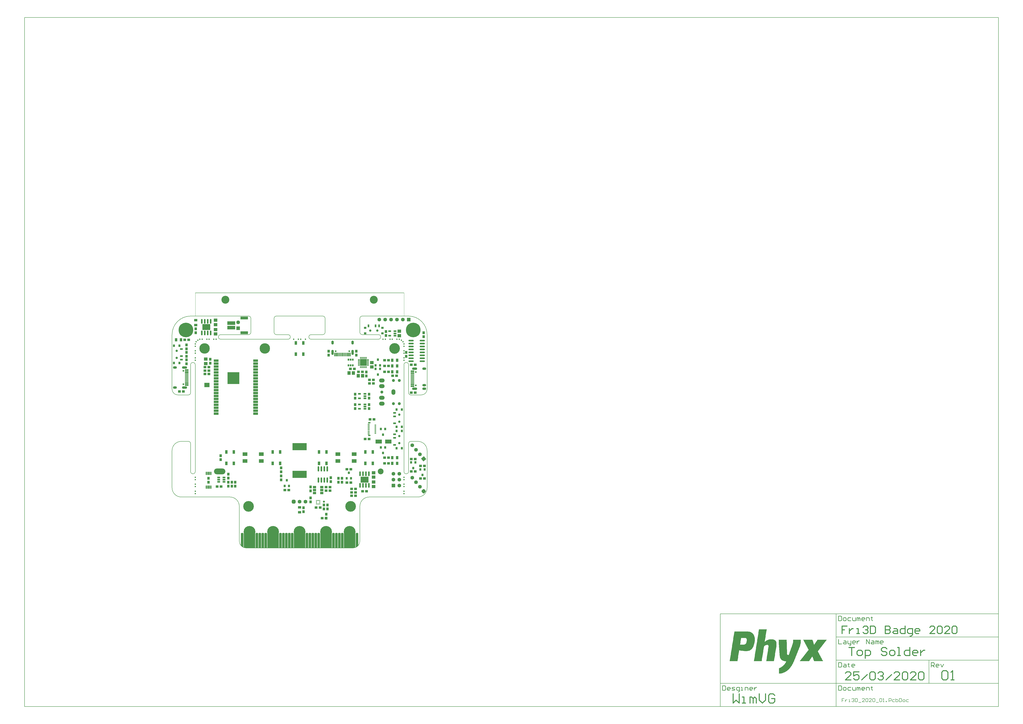
<source format=gts>
G04*
G04 #@! TF.GenerationSoftware,Altium Limited,Altium Designer,20.0.13 (296)*
G04*
G04 Layer_Color=8388736*
%FSLAX25Y25*%
%MOIN*%
G70*
G01*
G75*
%ADD11C,0.00984*%
%ADD12C,0.00394*%
%ADD13C,0.00787*%
%ADD15C,0.00591*%
%ADD16C,0.01575*%
%ADD60R,0.08661X0.07480*%
%ADD61R,0.15748X0.11811*%
%ADD62R,0.02953X0.01575*%
%ADD63R,0.03543X0.01575*%
%ADD64R,0.04134X0.01968*%
%ADD65R,0.03740X0.04331*%
%ADD66R,0.03740X0.04331*%
%ADD67R,0.04331X0.06299*%
%ADD68R,0.04331X0.03543*%
%ADD69R,0.03150X0.04724*%
%ADD70R,0.04331X0.04724*%
%ADD71R,0.04921X0.02756*%
%ADD72R,0.06299X0.05512*%
%ADD73O,0.09055X0.02756*%
%ADD74R,0.04724X0.04331*%
%ADD75R,0.06102X0.01575*%
%ADD76R,0.08268X0.05906*%
%ADD77O,0.02165X0.05906*%
%ADD78R,0.05512X0.04331*%
%ADD79R,0.24016X0.12205*%
%ADD80R,0.05394X0.04331*%
%ADD81R,0.01378X0.01476*%
%ADD82R,0.01476X0.01378*%
%ADD83R,0.04331X0.05512*%
%ADD84R,0.03543X0.04331*%
%ADD85R,0.04724X0.03150*%
%ADD86R,0.10630X0.07087*%
%ADD87R,0.05512X0.06299*%
%ADD88R,0.02559X0.03543*%
%ADD89O,0.03347X0.01378*%
%ADD90O,0.01378X0.03347*%
%ADD91R,0.11417X0.11417*%
%ADD92R,0.01575X0.06102*%
%ADD93C,0.02362*%
%ADD94R,0.04331X0.01968*%
%ADD95R,0.08268X0.03937*%
%ADD96R,0.20079X0.20079*%
%ADD97R,0.13780X0.06299*%
%ADD98R,0.12598X0.05118*%
%ADD99O,0.02756X0.08268*%
%ADD100R,0.13386X0.09882*%
%ADD101C,0.03543*%
%ADD102O,0.02756X0.09055*%
%ADD103R,0.03543X0.10236*%
%ADD104O,0.06496X0.03937*%
%ADD105R,0.06299X0.06299*%
%ADD106C,0.06299*%
%ADD107C,0.03937*%
%ADD108C,0.02953*%
%ADD109O,0.06693X0.04331*%
%ADD110O,0.08661X0.04331*%
%ADD111C,0.06394*%
G04:AMPARAMS|DCode=112|XSize=63.94mil|YSize=63.94mil|CornerRadius=16.97mil|HoleSize=0mil|Usage=FLASHONLY|Rotation=180.000|XOffset=0mil|YOffset=0mil|HoleType=Round|Shape=RoundedRectangle|*
%AMROUNDEDRECTD112*
21,1,0.06394,0.03000,0,0,180.0*
21,1,0.03000,0.06394,0,0,180.0*
1,1,0.03394,-0.01500,0.01500*
1,1,0.03394,0.01500,0.01500*
1,1,0.03394,0.01500,-0.01500*
1,1,0.03394,-0.01500,-0.01500*
%
%ADD112ROUNDEDRECTD112*%
%ADD113O,0.04331X0.06693*%
%ADD114O,0.04331X0.08661*%
%ADD115R,0.06299X0.06299*%
G04:AMPARAMS|DCode=116|XSize=62.99mil|YSize=62.99mil|CornerRadius=16.73mil|HoleSize=0mil|Usage=FLASHONLY|Rotation=130.000|XOffset=0mil|YOffset=0mil|HoleType=Round|Shape=RoundedRectangle|*
%AMROUNDEDRECTD116*
21,1,0.06299,0.02953,0,0,130.0*
21,1,0.02953,0.06299,0,0,130.0*
1,1,0.03347,0.00182,0.02080*
1,1,0.03347,0.02080,-0.00182*
1,1,0.03347,-0.00182,-0.02080*
1,1,0.03347,-0.02080,0.00182*
%
%ADD116ROUNDEDRECTD116*%
%ADD117P,0.08908X4X175.0*%
%ADD118C,0.24803*%
%ADD119C,0.13386*%
%ADD120C,0.18110*%
%ADD121C,0.05118*%
%ADD122O,0.09449X0.06693*%
%ADD123O,0.06693X0.09449*%
%ADD124C,0.17717*%
%ADD125C,0.20079*%
%ADD126O,0.19291X0.09843*%
%ADD127C,0.09843*%
G36*
X-157101Y277706D02*
X-156416Y277382D01*
X-155936Y276796D01*
X-155753Y276061D01*
X-155827Y275689D01*
X-155656Y275382D01*
X-155173Y274875D01*
X-154548Y274557D01*
X-153854Y274465D01*
X-153505Y274508D01*
X-153505Y274508D01*
X-153505Y273228D01*
X-161417D01*
Y274508D01*
X-161073Y274468D01*
X-160388Y274563D01*
X-159774Y274881D01*
X-159300Y275385D01*
X-159134Y275689D01*
X-159134Y275689D01*
X-159208Y276061D01*
X-159025Y276796D01*
X-158544Y277382D01*
X-157859Y277706D01*
X-157101Y277706D01*
D02*
G37*
G36*
X-153543Y278346D02*
X-153543Y275299D01*
X-153800Y275293D01*
X-154293Y275439D01*
X-154717Y275729D01*
X-155031Y276136D01*
X-155118Y276378D01*
X-155118Y276378D01*
X-155210Y276798D01*
X-155610Y277555D01*
X-156251Y278122D01*
X-157052Y278425D01*
X-157908Y278425D01*
X-158709Y278122D01*
X-159351Y277555D01*
X-159751Y276798D01*
X-159842Y276378D01*
X-159843Y276378D01*
X-159930Y276136D01*
X-160244Y275730D01*
X-160668Y275439D01*
X-161160Y275293D01*
X-161417Y275299D01*
X-161417Y275299D01*
X-161417Y278346D01*
Y280315D01*
X-153543D01*
Y278346D01*
D02*
G37*
G36*
X72807Y25805D02*
X72815Y25804D01*
X72826Y25802D01*
X72837Y25800D01*
X73717Y25575D01*
X73727Y25571D01*
X73738Y25569D01*
X73745Y25565D01*
X73753Y25562D01*
X73763Y25556D01*
X73772Y25551D01*
X74158Y25311D01*
X74158Y25311D01*
X74158Y25311D01*
X74193Y25290D01*
X74195Y25288D01*
X74197Y25287D01*
X74265Y25242D01*
X74268Y25240D01*
X74270Y25238D01*
X74337Y25191D01*
X74339Y25190D01*
X74341Y25188D01*
X74407Y25139D01*
X74409Y25137D01*
X74411Y25136D01*
X74443Y25111D01*
X74443Y25111D01*
X74443Y25110D01*
X74462Y25095D01*
X74463Y25094D01*
X74464Y25093D01*
X74502Y25063D01*
X74503Y25062D01*
X74504Y25061D01*
X74541Y25030D01*
X74542Y25029D01*
X74543Y25028D01*
X74580Y24996D01*
X74581Y24995D01*
X74582Y24994D01*
X74600Y24978D01*
X74603Y24974D01*
X74607Y24971D01*
X74612Y24964D01*
X74618Y24959D01*
X74622Y24954D01*
X74626Y24949D01*
X74629Y24945D01*
X74632Y24941D01*
X74636Y24934D01*
X74640Y24927D01*
X74643Y24921D01*
X74646Y24916D01*
X74648Y24911D01*
X74650Y24906D01*
X74653Y24899D01*
X74656Y24892D01*
X74667Y24857D01*
X74670Y24846D01*
X74673Y24835D01*
X74674Y24827D01*
X74675Y24819D01*
X74676Y24807D01*
X74677Y24796D01*
Y591D01*
X74673Y552D01*
X74662Y515D01*
X74643Y481D01*
X74619Y451D01*
X74589Y426D01*
X74555Y408D01*
X74518Y397D01*
X74479Y393D01*
X70521D01*
X70482Y397D01*
X70445Y408D01*
X70411Y426D01*
X70381Y451D01*
X70357Y481D01*
X70338Y515D01*
X70327Y552D01*
X70323Y591D01*
Y24796D01*
X70324Y24807D01*
X70325Y24818D01*
X70326Y24826D01*
X70327Y24835D01*
X70330Y24845D01*
X70333Y24856D01*
X70344Y24891D01*
X70349Y24904D01*
X70354Y24916D01*
X70357Y24921D01*
X70359Y24927D01*
X70367Y24938D01*
X70374Y24949D01*
X70378Y24954D01*
X70381Y24959D01*
X70391Y24968D01*
X70400Y24978D01*
X70417Y24994D01*
X70419Y24994D01*
X70420Y24995D01*
X70455Y25027D01*
X70456Y25027D01*
X70458Y25029D01*
X70493Y25059D01*
X70495Y25060D01*
X70496Y25061D01*
X70532Y25091D01*
X70534Y25092D01*
X70535Y25093D01*
X70553Y25108D01*
X70553Y25108D01*
X70553Y25108D01*
X70909Y25390D01*
X70919Y25396D01*
X70927Y25402D01*
X70935Y25406D01*
X70942Y25411D01*
X70952Y25415D01*
X70962Y25419D01*
X71811Y25742D01*
X71821Y25745D01*
X71832Y25749D01*
X71840Y25750D01*
X71848Y25752D01*
X71859Y25753D01*
X71870Y25755D01*
X72777Y25806D01*
X72788Y25805D01*
X72799Y25806D01*
X72807Y25805D01*
D02*
G37*
G36*
X67807D02*
X67815Y25804D01*
X67826Y25802D01*
X67837Y25800D01*
X68717Y25575D01*
X68727Y25571D01*
X68738Y25569D01*
X68745Y25565D01*
X68753Y25562D01*
X68762Y25556D01*
X68772Y25551D01*
X69158Y25311D01*
X69158Y25311D01*
X69158Y25311D01*
X69193Y25290D01*
X69195Y25288D01*
X69197Y25287D01*
X69265Y25242D01*
X69267Y25240D01*
X69270Y25238D01*
X69337Y25191D01*
X69339Y25190D01*
X69341Y25188D01*
X69407Y25139D01*
X69409Y25137D01*
X69411Y25136D01*
X69443Y25111D01*
X69443Y25111D01*
X69443Y25110D01*
X69462Y25095D01*
X69463Y25094D01*
X69464Y25093D01*
X69502Y25063D01*
X69503Y25062D01*
X69504Y25061D01*
X69541Y25030D01*
X69542Y25029D01*
X69543Y25028D01*
X69580Y24996D01*
X69581Y24995D01*
X69582Y24994D01*
X69600Y24978D01*
X69604Y24974D01*
X69608Y24971D01*
X69612Y24964D01*
X69618Y24959D01*
X69622Y24954D01*
X69626Y24949D01*
X69629Y24945D01*
X69632Y24941D01*
X69636Y24934D01*
X69640Y24927D01*
X69643Y24921D01*
X69646Y24916D01*
X69648Y24911D01*
X69650Y24906D01*
X69653Y24899D01*
X69656Y24892D01*
X69667Y24857D01*
X69670Y24846D01*
X69673Y24835D01*
X69674Y24827D01*
X69675Y24819D01*
X69676Y24807D01*
X69677Y24796D01*
Y591D01*
X69673Y552D01*
X69662Y515D01*
X69643Y481D01*
X69619Y451D01*
X69589Y426D01*
X69555Y408D01*
X69517Y397D01*
X69479Y393D01*
X65521D01*
X65482Y397D01*
X65445Y408D01*
X65411Y426D01*
X65381Y451D01*
X65357Y481D01*
X65338Y515D01*
X65327Y552D01*
X65323Y591D01*
Y24796D01*
X65324Y24807D01*
X65325Y24818D01*
X65326Y24826D01*
X65327Y24835D01*
X65330Y24845D01*
X65333Y24856D01*
X65344Y24891D01*
X65349Y24904D01*
X65354Y24916D01*
X65357Y24921D01*
X65359Y24927D01*
X65367Y24938D01*
X65374Y24949D01*
X65378Y24954D01*
X65381Y24959D01*
X65391Y24968D01*
X65400Y24978D01*
X65417Y24994D01*
X65419Y24994D01*
X65420Y24995D01*
X65455Y25027D01*
X65456Y25027D01*
X65457Y25029D01*
X65493Y25059D01*
X65495Y25060D01*
X65496Y25061D01*
X65532Y25091D01*
X65534Y25092D01*
X65535Y25093D01*
X65553Y25108D01*
X65553Y25108D01*
X65553Y25108D01*
X65909Y25390D01*
X65919Y25396D01*
X65927Y25402D01*
X65935Y25406D01*
X65942Y25411D01*
X65952Y25415D01*
X65962Y25419D01*
X66811Y25742D01*
X66821Y25745D01*
X66832Y25749D01*
X66840Y25750D01*
X66848Y25752D01*
X66859Y25753D01*
X66870Y25755D01*
X67777Y25806D01*
X67788Y25805D01*
X67799Y25806D01*
X67807Y25805D01*
D02*
G37*
G36*
X62807D02*
X62815Y25804D01*
X62826Y25802D01*
X62837Y25800D01*
X63717Y25575D01*
X63727Y25571D01*
X63737Y25569D01*
X63745Y25565D01*
X63753Y25562D01*
X63762Y25556D01*
X63772Y25551D01*
X64158Y25311D01*
X64158Y25311D01*
X64158Y25311D01*
X64193Y25290D01*
X64195Y25288D01*
X64197Y25287D01*
X64265Y25242D01*
X64267Y25240D01*
X64270Y25238D01*
X64337Y25191D01*
X64339Y25190D01*
X64341Y25188D01*
X64407Y25139D01*
X64409Y25137D01*
X64411Y25136D01*
X64443Y25111D01*
X64443Y25111D01*
X64443Y25110D01*
X64462Y25095D01*
X64463Y25094D01*
X64464Y25093D01*
X64502Y25063D01*
X64503Y25062D01*
X64504Y25061D01*
X64541Y25030D01*
X64542Y25029D01*
X64543Y25028D01*
X64580Y24996D01*
X64581Y24995D01*
X64582Y24994D01*
X64600Y24978D01*
X64604Y24974D01*
X64608Y24971D01*
X64613Y24964D01*
X64618Y24959D01*
X64622Y24954D01*
X64626Y24949D01*
X64629Y24945D01*
X64632Y24941D01*
X64636Y24934D01*
X64640Y24927D01*
X64643Y24921D01*
X64646Y24916D01*
X64648Y24911D01*
X64650Y24906D01*
X64653Y24899D01*
X64656Y24892D01*
X64667Y24857D01*
X64670Y24846D01*
X64673Y24835D01*
X64674Y24827D01*
X64675Y24819D01*
X64676Y24807D01*
X64677Y24796D01*
Y591D01*
X64673Y552D01*
X64662Y515D01*
X64643Y481D01*
X64619Y451D01*
X64589Y426D01*
X64555Y408D01*
X64517Y397D01*
X64479Y393D01*
X60521D01*
X60483Y397D01*
X60445Y408D01*
X60411Y426D01*
X60381Y451D01*
X60357Y481D01*
X60338Y515D01*
X60327Y552D01*
X60323Y591D01*
Y24796D01*
X60324Y24807D01*
X60325Y24818D01*
X60326Y24826D01*
X60327Y24835D01*
X60330Y24845D01*
X60333Y24856D01*
X60344Y24891D01*
X60349Y24904D01*
X60354Y24916D01*
X60357Y24921D01*
X60359Y24927D01*
X60367Y24938D01*
X60374Y24949D01*
X60378Y24954D01*
X60382Y24959D01*
X60391Y24968D01*
X60400Y24978D01*
X60417Y24994D01*
X60419Y24994D01*
X60420Y24995D01*
X60455Y25027D01*
X60456Y25027D01*
X60457Y25029D01*
X60493Y25059D01*
X60495Y25060D01*
X60496Y25061D01*
X60532Y25091D01*
X60534Y25092D01*
X60535Y25093D01*
X60553Y25108D01*
X60553Y25108D01*
X60553Y25108D01*
X60909Y25390D01*
X60919Y25396D01*
X60927Y25402D01*
X60935Y25406D01*
X60942Y25411D01*
X60952Y25415D01*
X60962Y25419D01*
X61811Y25742D01*
X61821Y25745D01*
X61832Y25749D01*
X61840Y25750D01*
X61848Y25752D01*
X61859Y25753D01*
X61870Y25755D01*
X62777Y25806D01*
X62788Y25805D01*
X62799Y25806D01*
X62807Y25805D01*
D02*
G37*
G36*
X57807D02*
X57815Y25804D01*
X57826Y25802D01*
X57837Y25800D01*
X58717Y25575D01*
X58727Y25571D01*
X58737Y25569D01*
X58745Y25565D01*
X58753Y25562D01*
X58763Y25556D01*
X58772Y25551D01*
X59158Y25311D01*
X59158Y25311D01*
X59158Y25311D01*
X59193Y25290D01*
X59195Y25288D01*
X59197Y25287D01*
X59265Y25242D01*
X59267Y25240D01*
X59270Y25238D01*
X59337Y25191D01*
X59339Y25190D01*
X59341Y25188D01*
X59407Y25139D01*
X59409Y25137D01*
X59411Y25136D01*
X59443Y25111D01*
X59443Y25111D01*
X59443Y25110D01*
X59462Y25095D01*
X59463Y25094D01*
X59464Y25093D01*
X59502Y25063D01*
X59503Y25062D01*
X59504Y25061D01*
X59541Y25030D01*
X59542Y25029D01*
X59544Y25028D01*
X59580Y24996D01*
X59581Y24995D01*
X59582Y24994D01*
X59600Y24978D01*
X59604Y24974D01*
X59607Y24971D01*
X59613Y24964D01*
X59618Y24959D01*
X59622Y24954D01*
X59626Y24949D01*
X59629Y24945D01*
X59632Y24941D01*
X59636Y24934D01*
X59640Y24927D01*
X59643Y24921D01*
X59646Y24916D01*
X59648Y24911D01*
X59650Y24906D01*
X59653Y24899D01*
X59656Y24892D01*
X59667Y24857D01*
X59670Y24846D01*
X59673Y24835D01*
X59674Y24827D01*
X59675Y24819D01*
X59676Y24807D01*
X59677Y24796D01*
Y591D01*
X59673Y552D01*
X59662Y515D01*
X59643Y481D01*
X59619Y451D01*
X59589Y426D01*
X59555Y408D01*
X59518Y397D01*
X59479Y393D01*
X55521D01*
X55483Y397D01*
X55445Y408D01*
X55411Y426D01*
X55381Y451D01*
X55357Y481D01*
X55338Y515D01*
X55327Y552D01*
X55323Y591D01*
Y24796D01*
X55324Y24807D01*
X55325Y24818D01*
X55326Y24826D01*
X55327Y24835D01*
X55330Y24845D01*
X55333Y24856D01*
X55344Y24891D01*
X55349Y24904D01*
X55354Y24916D01*
X55357Y24921D01*
X55359Y24927D01*
X55367Y24938D01*
X55374Y24949D01*
X55378Y24954D01*
X55382Y24959D01*
X55391Y24968D01*
X55400Y24978D01*
X55417Y24994D01*
X55419Y24994D01*
X55420Y24995D01*
X55455Y25027D01*
X55456Y25027D01*
X55458Y25029D01*
X55493Y25059D01*
X55495Y25060D01*
X55496Y25061D01*
X55532Y25091D01*
X55534Y25092D01*
X55535Y25093D01*
X55553Y25108D01*
X55553Y25108D01*
X55553Y25108D01*
X55909Y25390D01*
X55919Y25396D01*
X55927Y25402D01*
X55935Y25406D01*
X55942Y25411D01*
X55952Y25415D01*
X55962Y25419D01*
X56811Y25742D01*
X56821Y25745D01*
X56832Y25749D01*
X56840Y25750D01*
X56848Y25752D01*
X56859Y25753D01*
X56870Y25755D01*
X57777Y25806D01*
X57788Y25805D01*
X57798Y25806D01*
X57807Y25805D01*
D02*
G37*
G36*
X32807D02*
X32815Y25804D01*
X32826Y25802D01*
X32837Y25800D01*
X33717Y25575D01*
X33727Y25571D01*
X33737Y25569D01*
X33745Y25565D01*
X33753Y25562D01*
X33762Y25556D01*
X33772Y25551D01*
X34158Y25311D01*
X34158Y25311D01*
X34158Y25311D01*
X34193Y25290D01*
X34195Y25288D01*
X34197Y25287D01*
X34265Y25242D01*
X34268Y25240D01*
X34270Y25238D01*
X34337Y25191D01*
X34339Y25190D01*
X34341Y25188D01*
X34407Y25139D01*
X34409Y25137D01*
X34411Y25136D01*
X34443Y25111D01*
X34443Y25111D01*
X34443Y25110D01*
X34462Y25095D01*
X34463Y25094D01*
X34464Y25093D01*
X34502Y25063D01*
X34503Y25062D01*
X34504Y25061D01*
X34541Y25030D01*
X34542Y25029D01*
X34543Y25028D01*
X34580Y24996D01*
X34581Y24995D01*
X34582Y24994D01*
X34600Y24978D01*
X34604Y24974D01*
X34607Y24971D01*
X34613Y24964D01*
X34618Y24959D01*
X34622Y24954D01*
X34626Y24949D01*
X34629Y24945D01*
X34632Y24941D01*
X34636Y24934D01*
X34640Y24927D01*
X34643Y24921D01*
X34646Y24916D01*
X34648Y24911D01*
X34650Y24906D01*
X34653Y24899D01*
X34656Y24892D01*
X34667Y24857D01*
X34670Y24846D01*
X34673Y24835D01*
X34674Y24827D01*
X34675Y24819D01*
X34676Y24807D01*
X34677Y24796D01*
Y591D01*
X34673Y552D01*
X34662Y515D01*
X34643Y481D01*
X34619Y451D01*
X34589Y426D01*
X34555Y408D01*
X34517Y397D01*
X34479Y393D01*
X30521D01*
X30483Y397D01*
X30445Y408D01*
X30411Y426D01*
X30381Y451D01*
X30357Y481D01*
X30338Y515D01*
X30327Y552D01*
X30323Y591D01*
Y24796D01*
X30324Y24807D01*
X30325Y24818D01*
X30326Y24826D01*
X30327Y24835D01*
X30330Y24845D01*
X30333Y24856D01*
X30344Y24891D01*
X30349Y24904D01*
X30354Y24916D01*
X30357Y24921D01*
X30359Y24927D01*
X30367Y24938D01*
X30374Y24949D01*
X30378Y24954D01*
X30382Y24959D01*
X30391Y24968D01*
X30400Y24978D01*
X30417Y24994D01*
X30419Y24994D01*
X30420Y24995D01*
X30455Y25027D01*
X30456Y25027D01*
X30457Y25029D01*
X30494Y25059D01*
X30495Y25060D01*
X30496Y25061D01*
X30532Y25091D01*
X30534Y25092D01*
X30535Y25093D01*
X30553Y25108D01*
X30553Y25108D01*
X30553Y25108D01*
X30909Y25390D01*
X30919Y25396D01*
X30927Y25402D01*
X30935Y25406D01*
X30942Y25411D01*
X30952Y25415D01*
X30962Y25419D01*
X31811Y25742D01*
X31821Y25745D01*
X31832Y25749D01*
X31840Y25750D01*
X31848Y25752D01*
X31859Y25753D01*
X31870Y25755D01*
X32777Y25806D01*
X32788Y25805D01*
X32798Y25806D01*
X32807Y25805D01*
D02*
G37*
G36*
X27807D02*
X27815Y25804D01*
X27826Y25802D01*
X27837Y25800D01*
X28717Y25575D01*
X28727Y25571D01*
X28738Y25569D01*
X28745Y25565D01*
X28753Y25562D01*
X28763Y25556D01*
X28772Y25551D01*
X29158Y25311D01*
X29158Y25311D01*
X29158Y25311D01*
X29193Y25290D01*
X29195Y25288D01*
X29197Y25287D01*
X29265Y25242D01*
X29267Y25240D01*
X29270Y25238D01*
X29337Y25191D01*
X29339Y25190D01*
X29341Y25188D01*
X29407Y25139D01*
X29409Y25137D01*
X29411Y25136D01*
X29443Y25111D01*
X29443Y25111D01*
X29443Y25110D01*
X29462Y25095D01*
X29463Y25094D01*
X29464Y25093D01*
X29502Y25063D01*
X29503Y25062D01*
X29504Y25061D01*
X29541Y25030D01*
X29542Y25029D01*
X29544Y25028D01*
X29580Y24996D01*
X29581Y24995D01*
X29582Y24994D01*
X29600Y24978D01*
X29603Y24974D01*
X29607Y24971D01*
X29612Y24964D01*
X29618Y24959D01*
X29622Y24954D01*
X29626Y24949D01*
X29629Y24945D01*
X29632Y24941D01*
X29636Y24934D01*
X29640Y24927D01*
X29643Y24921D01*
X29646Y24916D01*
X29648Y24911D01*
X29650Y24906D01*
X29653Y24899D01*
X29656Y24892D01*
X29667Y24857D01*
X29670Y24846D01*
X29673Y24835D01*
X29674Y24827D01*
X29675Y24819D01*
X29676Y24807D01*
X29677Y24796D01*
Y591D01*
X29673Y552D01*
X29662Y515D01*
X29643Y481D01*
X29619Y451D01*
X29589Y426D01*
X29555Y408D01*
X29517Y397D01*
X29479Y393D01*
X25521D01*
X25482Y397D01*
X25445Y408D01*
X25411Y426D01*
X25381Y451D01*
X25357Y481D01*
X25338Y515D01*
X25327Y552D01*
X25323Y591D01*
Y24796D01*
X25324Y24807D01*
X25325Y24818D01*
X25326Y24826D01*
X25327Y24835D01*
X25330Y24845D01*
X25333Y24856D01*
X25344Y24891D01*
X25349Y24904D01*
X25354Y24916D01*
X25357Y24921D01*
X25359Y24927D01*
X25367Y24938D01*
X25374Y24949D01*
X25378Y24954D01*
X25381Y24959D01*
X25391Y24968D01*
X25400Y24978D01*
X25417Y24994D01*
X25419Y24994D01*
X25420Y24995D01*
X25455Y25027D01*
X25456Y25027D01*
X25458Y25029D01*
X25493Y25059D01*
X25495Y25060D01*
X25496Y25061D01*
X25532Y25091D01*
X25534Y25092D01*
X25535Y25093D01*
X25553Y25108D01*
X25553Y25108D01*
X25553Y25108D01*
X25909Y25390D01*
X25919Y25396D01*
X25927Y25402D01*
X25935Y25406D01*
X25942Y25411D01*
X25952Y25415D01*
X25962Y25419D01*
X26811Y25742D01*
X26821Y25745D01*
X26832Y25749D01*
X26840Y25750D01*
X26848Y25752D01*
X26859Y25753D01*
X26870Y25755D01*
X27777Y25806D01*
X27788Y25805D01*
X27799Y25806D01*
X27807Y25805D01*
D02*
G37*
G36*
X22807D02*
X22815Y25804D01*
X22826Y25802D01*
X22837Y25800D01*
X23717Y25575D01*
X23727Y25571D01*
X23738Y25569D01*
X23745Y25565D01*
X23753Y25562D01*
X23763Y25556D01*
X23772Y25551D01*
X24158Y25311D01*
X24158Y25311D01*
X24158Y25311D01*
X24193Y25290D01*
X24195Y25288D01*
X24197Y25287D01*
X24265Y25242D01*
X24268Y25240D01*
X24270Y25238D01*
X24337Y25191D01*
X24339Y25190D01*
X24341Y25188D01*
X24407Y25139D01*
X24409Y25137D01*
X24411Y25136D01*
X24443Y25111D01*
X24443Y25111D01*
X24443Y25110D01*
X24462Y25095D01*
X24463Y25094D01*
X24464Y25093D01*
X24502Y25063D01*
X24503Y25062D01*
X24504Y25061D01*
X24541Y25030D01*
X24542Y25029D01*
X24543Y25028D01*
X24580Y24996D01*
X24581Y24995D01*
X24582Y24994D01*
X24600Y24978D01*
X24603Y24974D01*
X24608Y24971D01*
X24612Y24964D01*
X24618Y24959D01*
X24622Y24954D01*
X24626Y24949D01*
X24629Y24945D01*
X24632Y24941D01*
X24636Y24934D01*
X24640Y24927D01*
X24643Y24921D01*
X24646Y24916D01*
X24648Y24911D01*
X24650Y24906D01*
X24653Y24899D01*
X24656Y24892D01*
X24667Y24857D01*
X24670Y24846D01*
X24673Y24835D01*
X24674Y24827D01*
X24675Y24819D01*
X24676Y24807D01*
X24677Y24796D01*
Y591D01*
X24673Y552D01*
X24662Y515D01*
X24643Y481D01*
X24619Y451D01*
X24589Y426D01*
X24555Y408D01*
X24518Y397D01*
X24479Y393D01*
X20521D01*
X20482Y397D01*
X20445Y408D01*
X20411Y426D01*
X20381Y451D01*
X20357Y481D01*
X20338Y515D01*
X20327Y552D01*
X20323Y591D01*
Y24796D01*
X20324Y24807D01*
X20325Y24818D01*
X20326Y24826D01*
X20327Y24835D01*
X20330Y24845D01*
X20333Y24856D01*
X20344Y24891D01*
X20349Y24904D01*
X20354Y24916D01*
X20357Y24921D01*
X20359Y24927D01*
X20367Y24938D01*
X20374Y24949D01*
X20378Y24954D01*
X20381Y24959D01*
X20391Y24968D01*
X20400Y24978D01*
X20417Y24994D01*
X20419Y24994D01*
X20420Y24995D01*
X20455Y25027D01*
X20456Y25027D01*
X20458Y25029D01*
X20493Y25059D01*
X20495Y25060D01*
X20496Y25061D01*
X20532Y25091D01*
X20534Y25092D01*
X20535Y25093D01*
X20553Y25108D01*
X20553Y25108D01*
X20553Y25108D01*
X20909Y25390D01*
X20919Y25396D01*
X20927Y25402D01*
X20935Y25406D01*
X20942Y25411D01*
X20952Y25415D01*
X20962Y25419D01*
X21811Y25742D01*
X21821Y25745D01*
X21832Y25749D01*
X21840Y25750D01*
X21848Y25752D01*
X21859Y25753D01*
X21870Y25755D01*
X22777Y25806D01*
X22788Y25805D01*
X22798Y25806D01*
X22807Y25805D01*
D02*
G37*
G36*
X17807D02*
X17815Y25804D01*
X17826Y25802D01*
X17837Y25800D01*
X18717Y25575D01*
X18727Y25571D01*
X18737Y25569D01*
X18745Y25565D01*
X18753Y25562D01*
X18763Y25556D01*
X18772Y25551D01*
X19158Y25311D01*
X19158Y25311D01*
X19158Y25311D01*
X19193Y25290D01*
X19195Y25288D01*
X19197Y25287D01*
X19265Y25242D01*
X19267Y25240D01*
X19270Y25238D01*
X19337Y25191D01*
X19339Y25190D01*
X19341Y25188D01*
X19407Y25139D01*
X19409Y25137D01*
X19411Y25136D01*
X19443Y25111D01*
X19443Y25111D01*
X19443Y25110D01*
X19462Y25095D01*
X19463Y25094D01*
X19464Y25093D01*
X19502Y25063D01*
X19503Y25062D01*
X19504Y25061D01*
X19541Y25030D01*
X19542Y25029D01*
X19544Y25028D01*
X19580Y24996D01*
X19581Y24995D01*
X19582Y24994D01*
X19600Y24978D01*
X19603Y24974D01*
X19608Y24971D01*
X19613Y24964D01*
X19618Y24959D01*
X19622Y24954D01*
X19626Y24949D01*
X19629Y24945D01*
X19632Y24941D01*
X19636Y24934D01*
X19640Y24927D01*
X19643Y24921D01*
X19646Y24916D01*
X19648Y24911D01*
X19650Y24906D01*
X19653Y24899D01*
X19656Y24892D01*
X19667Y24857D01*
X19670Y24846D01*
X19673Y24835D01*
X19674Y24827D01*
X19675Y24819D01*
X19676Y24807D01*
X19677Y24796D01*
Y591D01*
X19673Y552D01*
X19662Y515D01*
X19643Y481D01*
X19619Y451D01*
X19589Y426D01*
X19555Y408D01*
X19518Y397D01*
X19479Y393D01*
X15521D01*
X15483Y397D01*
X15445Y408D01*
X15411Y426D01*
X15381Y451D01*
X15357Y481D01*
X15338Y515D01*
X15327Y552D01*
X15323Y591D01*
Y24796D01*
X15324Y24807D01*
X15325Y24818D01*
X15326Y24826D01*
X15327Y24835D01*
X15330Y24845D01*
X15333Y24856D01*
X15344Y24891D01*
X15349Y24904D01*
X15354Y24916D01*
X15357Y24921D01*
X15359Y24927D01*
X15367Y24938D01*
X15374Y24949D01*
X15378Y24954D01*
X15382Y24959D01*
X15391Y24968D01*
X15400Y24978D01*
X15417Y24994D01*
X15419Y24994D01*
X15420Y24995D01*
X15455Y25027D01*
X15456Y25027D01*
X15458Y25029D01*
X15494Y25059D01*
X15495Y25060D01*
X15496Y25061D01*
X15532Y25091D01*
X15534Y25092D01*
X15535Y25093D01*
X15553Y25108D01*
X15553Y25108D01*
X15553Y25108D01*
X15909Y25390D01*
X15919Y25396D01*
X15927Y25402D01*
X15935Y25406D01*
X15942Y25411D01*
X15952Y25415D01*
X15962Y25419D01*
X16811Y25742D01*
X16821Y25745D01*
X16832Y25749D01*
X16840Y25750D01*
X16848Y25752D01*
X16859Y25753D01*
X16870Y25755D01*
X17777Y25806D01*
X17788Y25805D01*
X17798Y25806D01*
X17807Y25805D01*
D02*
G37*
G36*
X12807D02*
X12815Y25804D01*
X12826Y25802D01*
X12837Y25800D01*
X13717Y25575D01*
X13727Y25571D01*
X13737Y25569D01*
X13745Y25565D01*
X13753Y25562D01*
X13762Y25556D01*
X13772Y25551D01*
X14158Y25311D01*
X14158Y25311D01*
X14158Y25311D01*
X14193Y25290D01*
X14195Y25288D01*
X14197Y25287D01*
X14265Y25242D01*
X14267Y25240D01*
X14270Y25238D01*
X14337Y25191D01*
X14339Y25190D01*
X14341Y25188D01*
X14407Y25139D01*
X14409Y25137D01*
X14411Y25136D01*
X14443Y25111D01*
X14443Y25111D01*
X14443Y25110D01*
X14462Y25095D01*
X14463Y25094D01*
X14464Y25093D01*
X14502Y25063D01*
X14503Y25062D01*
X14504Y25061D01*
X14541Y25030D01*
X14542Y25029D01*
X14544Y25028D01*
X14580Y24996D01*
X14581Y24995D01*
X14582Y24994D01*
X14600Y24978D01*
X14604Y24974D01*
X14607Y24971D01*
X14613Y24964D01*
X14618Y24959D01*
X14622Y24954D01*
X14626Y24949D01*
X14629Y24945D01*
X14632Y24941D01*
X14636Y24934D01*
X14640Y24927D01*
X14643Y24921D01*
X14646Y24916D01*
X14648Y24911D01*
X14650Y24906D01*
X14653Y24899D01*
X14656Y24892D01*
X14667Y24857D01*
X14670Y24846D01*
X14673Y24835D01*
X14674Y24827D01*
X14675Y24819D01*
X14676Y24807D01*
X14677Y24796D01*
Y591D01*
X14673Y552D01*
X14662Y515D01*
X14643Y481D01*
X14619Y451D01*
X14589Y426D01*
X14555Y408D01*
X14517Y397D01*
X14479Y393D01*
X10521D01*
X10482Y397D01*
X10445Y408D01*
X10411Y426D01*
X10381Y451D01*
X10357Y481D01*
X10338Y515D01*
X10327Y552D01*
X10323Y591D01*
Y24796D01*
X10324Y24807D01*
X10325Y24818D01*
X10326Y24826D01*
X10327Y24835D01*
X10330Y24845D01*
X10333Y24856D01*
X10344Y24891D01*
X10349Y24904D01*
X10354Y24916D01*
X10357Y24921D01*
X10359Y24927D01*
X10367Y24938D01*
X10374Y24949D01*
X10378Y24954D01*
X10381Y24959D01*
X10391Y24968D01*
X10400Y24978D01*
X10417Y24994D01*
X10419Y24994D01*
X10420Y24995D01*
X10455Y25027D01*
X10456Y25027D01*
X10458Y25029D01*
X10493Y25059D01*
X10495Y25060D01*
X10496Y25061D01*
X10532Y25091D01*
X10534Y25092D01*
X10535Y25093D01*
X10553Y25108D01*
X10553Y25108D01*
X10553Y25108D01*
X10909Y25390D01*
X10919Y25396D01*
X10927Y25402D01*
X10935Y25406D01*
X10942Y25411D01*
X10952Y25415D01*
X10962Y25419D01*
X11811Y25742D01*
X11821Y25745D01*
X11832Y25749D01*
X11840Y25750D01*
X11848Y25752D01*
X11859Y25753D01*
X11870Y25755D01*
X12777Y25806D01*
X12788Y25805D01*
X12799Y25806D01*
X12807Y25805D01*
D02*
G37*
G36*
X-12193D02*
X-12185Y25804D01*
X-12174Y25802D01*
X-12163Y25800D01*
X-11283Y25575D01*
X-11273Y25571D01*
X-11263Y25569D01*
X-11255Y25565D01*
X-11247Y25562D01*
X-11237Y25556D01*
X-11228Y25551D01*
X-10842Y25311D01*
X-10842Y25311D01*
X-10842Y25311D01*
X-10807Y25290D01*
X-10805Y25288D01*
X-10803Y25287D01*
X-10735Y25242D01*
X-10733Y25240D01*
X-10730Y25238D01*
X-10663Y25191D01*
X-10661Y25190D01*
X-10659Y25188D01*
X-10593Y25139D01*
X-10591Y25137D01*
X-10589Y25136D01*
X-10557Y25111D01*
X-10557Y25111D01*
X-10557Y25110D01*
X-10538Y25095D01*
X-10537Y25094D01*
X-10536Y25093D01*
X-10498Y25063D01*
X-10497Y25062D01*
X-10496Y25061D01*
X-10459Y25030D01*
X-10458Y25029D01*
X-10457Y25028D01*
X-10420Y24996D01*
X-10419Y24995D01*
X-10418Y24994D01*
X-10400Y24978D01*
X-10396Y24974D01*
X-10392Y24971D01*
X-10387Y24964D01*
X-10382Y24959D01*
X-10378Y24954D01*
X-10374Y24949D01*
X-10371Y24945D01*
X-10368Y24941D01*
X-10364Y24934D01*
X-10360Y24927D01*
X-10357Y24921D01*
X-10354Y24916D01*
X-10352Y24911D01*
X-10350Y24906D01*
X-10347Y24899D01*
X-10344Y24892D01*
X-10333Y24857D01*
X-10330Y24846D01*
X-10327Y24835D01*
X-10326Y24827D01*
X-10325Y24819D01*
X-10324Y24807D01*
X-10323Y24796D01*
Y591D01*
X-10327Y552D01*
X-10338Y515D01*
X-10357Y481D01*
X-10381Y451D01*
X-10411Y426D01*
X-10445Y408D01*
X-10482Y397D01*
X-10521Y393D01*
X-14479D01*
X-14517Y397D01*
X-14555Y408D01*
X-14589Y426D01*
X-14619Y451D01*
X-14643Y481D01*
X-14662Y515D01*
X-14673Y552D01*
X-14677Y591D01*
Y24796D01*
X-14676Y24807D01*
X-14675Y24818D01*
X-14674Y24826D01*
X-14673Y24835D01*
X-14670Y24845D01*
X-14667Y24856D01*
X-14656Y24891D01*
X-14651Y24904D01*
X-14646Y24916D01*
X-14643Y24921D01*
X-14641Y24927D01*
X-14633Y24938D01*
X-14626Y24949D01*
X-14622Y24954D01*
X-14618Y24959D01*
X-14609Y24968D01*
X-14600Y24978D01*
X-14583Y24994D01*
X-14581Y24994D01*
X-14580Y24995D01*
X-14545Y25027D01*
X-14544Y25027D01*
X-14543Y25029D01*
X-14506Y25059D01*
X-14505Y25060D01*
X-14504Y25061D01*
X-14468Y25091D01*
X-14466Y25092D01*
X-14465Y25093D01*
X-14447Y25108D01*
X-14447Y25108D01*
X-14447Y25108D01*
X-14091Y25390D01*
X-14081Y25396D01*
X-14073Y25402D01*
X-14065Y25406D01*
X-14058Y25411D01*
X-14048Y25415D01*
X-14038Y25419D01*
X-13189Y25742D01*
X-13179Y25745D01*
X-13168Y25749D01*
X-13160Y25750D01*
X-13152Y25752D01*
X-13141Y25753D01*
X-13130Y25755D01*
X-12223Y25806D01*
X-12212Y25805D01*
X-12201Y25806D01*
X-12193Y25805D01*
D02*
G37*
G36*
X-17193D02*
X-17185Y25804D01*
X-17174Y25802D01*
X-17163Y25800D01*
X-16283Y25575D01*
X-16273Y25571D01*
X-16262Y25569D01*
X-16255Y25565D01*
X-16247Y25562D01*
X-16238Y25556D01*
X-16228Y25551D01*
X-15842Y25311D01*
X-15842Y25311D01*
X-15842Y25311D01*
X-15807Y25290D01*
X-15805Y25288D01*
X-15803Y25287D01*
X-15735Y25242D01*
X-15732Y25240D01*
X-15730Y25238D01*
X-15663Y25191D01*
X-15661Y25190D01*
X-15659Y25188D01*
X-15593Y25139D01*
X-15591Y25137D01*
X-15589Y25136D01*
X-15557Y25111D01*
X-15557Y25111D01*
X-15557Y25110D01*
X-15538Y25095D01*
X-15537Y25094D01*
X-15536Y25093D01*
X-15498Y25063D01*
X-15497Y25062D01*
X-15496Y25061D01*
X-15459Y25030D01*
X-15458Y25029D01*
X-15457Y25028D01*
X-15420Y24996D01*
X-15419Y24995D01*
X-15418Y24994D01*
X-15400Y24978D01*
X-15396Y24974D01*
X-15393Y24971D01*
X-15387Y24964D01*
X-15382Y24959D01*
X-15378Y24954D01*
X-15374Y24949D01*
X-15371Y24945D01*
X-15368Y24941D01*
X-15364Y24934D01*
X-15360Y24927D01*
X-15357Y24921D01*
X-15354Y24916D01*
X-15352Y24911D01*
X-15350Y24906D01*
X-15347Y24899D01*
X-15344Y24892D01*
X-15333Y24857D01*
X-15330Y24846D01*
X-15327Y24835D01*
X-15326Y24827D01*
X-15325Y24819D01*
X-15324Y24807D01*
X-15323Y24796D01*
Y591D01*
X-15327Y552D01*
X-15338Y515D01*
X-15357Y481D01*
X-15381Y451D01*
X-15411Y426D01*
X-15445Y408D01*
X-15483Y397D01*
X-15521Y393D01*
X-19479D01*
X-19518Y397D01*
X-19555Y408D01*
X-19589Y426D01*
X-19619Y451D01*
X-19643Y481D01*
X-19662Y515D01*
X-19673Y552D01*
X-19677Y591D01*
Y24796D01*
X-19676Y24807D01*
X-19675Y24818D01*
X-19674Y24826D01*
X-19673Y24835D01*
X-19670Y24845D01*
X-19667Y24856D01*
X-19656Y24891D01*
X-19651Y24904D01*
X-19646Y24916D01*
X-19643Y24921D01*
X-19641Y24927D01*
X-19633Y24938D01*
X-19626Y24949D01*
X-19622Y24954D01*
X-19618Y24959D01*
X-19609Y24968D01*
X-19600Y24978D01*
X-19583Y24994D01*
X-19581Y24994D01*
X-19580Y24995D01*
X-19545Y25027D01*
X-19544Y25027D01*
X-19543Y25029D01*
X-19507Y25059D01*
X-19505Y25060D01*
X-19504Y25061D01*
X-19468Y25091D01*
X-19466Y25092D01*
X-19465Y25093D01*
X-19447Y25108D01*
X-19447Y25108D01*
X-19447Y25108D01*
X-19091Y25390D01*
X-19081Y25396D01*
X-19073Y25402D01*
X-19065Y25406D01*
X-19058Y25411D01*
X-19048Y25415D01*
X-19038Y25419D01*
X-18189Y25742D01*
X-18179Y25745D01*
X-18168Y25749D01*
X-18160Y25750D01*
X-18152Y25752D01*
X-18141Y25753D01*
X-18130Y25755D01*
X-17223Y25806D01*
X-17212Y25805D01*
X-17201Y25806D01*
X-17193Y25805D01*
D02*
G37*
G36*
X-22193D02*
X-22185Y25804D01*
X-22174Y25802D01*
X-22163Y25800D01*
X-21283Y25575D01*
X-21273Y25571D01*
X-21262Y25569D01*
X-21255Y25565D01*
X-21247Y25562D01*
X-21238Y25556D01*
X-21228Y25551D01*
X-20842Y25311D01*
X-20842Y25311D01*
X-20842Y25311D01*
X-20807Y25290D01*
X-20805Y25288D01*
X-20803Y25287D01*
X-20735Y25242D01*
X-20732Y25240D01*
X-20730Y25238D01*
X-20663Y25191D01*
X-20661Y25190D01*
X-20659Y25188D01*
X-20593Y25139D01*
X-20591Y25137D01*
X-20589Y25136D01*
X-20557Y25111D01*
X-20557Y25111D01*
X-20557Y25110D01*
X-20538Y25095D01*
X-20537Y25094D01*
X-20536Y25093D01*
X-20498Y25063D01*
X-20497Y25062D01*
X-20496Y25061D01*
X-20459Y25030D01*
X-20458Y25029D01*
X-20457Y25028D01*
X-20420Y24996D01*
X-20419Y24995D01*
X-20418Y24994D01*
X-20400Y24978D01*
X-20396Y24974D01*
X-20392Y24971D01*
X-20388Y24964D01*
X-20382Y24959D01*
X-20378Y24954D01*
X-20374Y24949D01*
X-20371Y24945D01*
X-20368Y24941D01*
X-20364Y24934D01*
X-20360Y24927D01*
X-20357Y24921D01*
X-20354Y24916D01*
X-20352Y24911D01*
X-20350Y24906D01*
X-20347Y24899D01*
X-20344Y24892D01*
X-20333Y24857D01*
X-20330Y24846D01*
X-20327Y24835D01*
X-20326Y24827D01*
X-20325Y24819D01*
X-20324Y24807D01*
X-20323Y24796D01*
Y591D01*
X-20327Y552D01*
X-20338Y515D01*
X-20357Y481D01*
X-20381Y451D01*
X-20411Y426D01*
X-20445Y408D01*
X-20482Y397D01*
X-20521Y393D01*
X-24479D01*
X-24518Y397D01*
X-24555Y408D01*
X-24589Y426D01*
X-24619Y451D01*
X-24643Y481D01*
X-24662Y515D01*
X-24673Y552D01*
X-24677Y591D01*
Y24796D01*
X-24676Y24807D01*
X-24675Y24818D01*
X-24674Y24826D01*
X-24673Y24835D01*
X-24670Y24845D01*
X-24667Y24856D01*
X-24656Y24891D01*
X-24651Y24904D01*
X-24646Y24916D01*
X-24643Y24921D01*
X-24641Y24927D01*
X-24633Y24938D01*
X-24626Y24949D01*
X-24622Y24954D01*
X-24619Y24959D01*
X-24609Y24968D01*
X-24600Y24978D01*
X-24583Y24994D01*
X-24581Y24994D01*
X-24580Y24995D01*
X-24545Y25027D01*
X-24544Y25027D01*
X-24543Y25029D01*
X-24507Y25059D01*
X-24505Y25060D01*
X-24504Y25061D01*
X-24468Y25091D01*
X-24466Y25092D01*
X-24465Y25093D01*
X-24447Y25108D01*
X-24447Y25108D01*
X-24447Y25108D01*
X-24091Y25390D01*
X-24081Y25396D01*
X-24073Y25402D01*
X-24065Y25406D01*
X-24058Y25411D01*
X-24048Y25415D01*
X-24038Y25419D01*
X-23189Y25742D01*
X-23179Y25745D01*
X-23168Y25749D01*
X-23160Y25750D01*
X-23152Y25752D01*
X-23141Y25753D01*
X-23130Y25755D01*
X-22223Y25806D01*
X-22212Y25805D01*
X-22201Y25806D01*
X-22193Y25805D01*
D02*
G37*
G36*
X-27193D02*
X-27185Y25804D01*
X-27174Y25802D01*
X-27163Y25800D01*
X-26283Y25575D01*
X-26273Y25571D01*
X-26263Y25569D01*
X-26255Y25565D01*
X-26247Y25562D01*
X-26237Y25556D01*
X-26228Y25551D01*
X-25842Y25311D01*
X-25842Y25311D01*
X-25842Y25311D01*
X-25807Y25290D01*
X-25805Y25288D01*
X-25803Y25287D01*
X-25735Y25242D01*
X-25732Y25240D01*
X-25730Y25238D01*
X-25663Y25191D01*
X-25661Y25190D01*
X-25659Y25188D01*
X-25593Y25139D01*
X-25591Y25137D01*
X-25589Y25136D01*
X-25557Y25111D01*
X-25557Y25111D01*
X-25557Y25110D01*
X-25538Y25095D01*
X-25537Y25094D01*
X-25536Y25093D01*
X-25498Y25063D01*
X-25497Y25062D01*
X-25496Y25061D01*
X-25459Y25030D01*
X-25458Y25029D01*
X-25457Y25028D01*
X-25420Y24996D01*
X-25419Y24995D01*
X-25418Y24994D01*
X-25400Y24978D01*
X-25396Y24974D01*
X-25392Y24971D01*
X-25387Y24964D01*
X-25382Y24959D01*
X-25378Y24954D01*
X-25374Y24949D01*
X-25371Y24945D01*
X-25368Y24941D01*
X-25364Y24934D01*
X-25360Y24927D01*
X-25357Y24921D01*
X-25354Y24916D01*
X-25352Y24911D01*
X-25350Y24906D01*
X-25347Y24899D01*
X-25344Y24892D01*
X-25333Y24857D01*
X-25330Y24846D01*
X-25327Y24835D01*
X-25326Y24827D01*
X-25325Y24819D01*
X-25324Y24807D01*
X-25323Y24796D01*
Y591D01*
X-25327Y552D01*
X-25338Y515D01*
X-25357Y481D01*
X-25381Y451D01*
X-25411Y426D01*
X-25445Y408D01*
X-25482Y397D01*
X-25521Y393D01*
X-29479D01*
X-29517Y397D01*
X-29555Y408D01*
X-29589Y426D01*
X-29619Y451D01*
X-29643Y481D01*
X-29662Y515D01*
X-29673Y552D01*
X-29677Y591D01*
Y24796D01*
X-29676Y24807D01*
X-29675Y24818D01*
X-29674Y24826D01*
X-29673Y24835D01*
X-29670Y24845D01*
X-29667Y24856D01*
X-29656Y24891D01*
X-29651Y24904D01*
X-29646Y24916D01*
X-29643Y24921D01*
X-29641Y24927D01*
X-29633Y24938D01*
X-29626Y24949D01*
X-29622Y24954D01*
X-29618Y24959D01*
X-29609Y24968D01*
X-29600Y24978D01*
X-29583Y24994D01*
X-29581Y24994D01*
X-29580Y24995D01*
X-29545Y25027D01*
X-29544Y25027D01*
X-29542Y25029D01*
X-29506Y25059D01*
X-29505Y25060D01*
X-29504Y25061D01*
X-29468Y25091D01*
X-29466Y25092D01*
X-29465Y25093D01*
X-29447Y25108D01*
X-29447Y25108D01*
X-29447Y25108D01*
X-29091Y25390D01*
X-29081Y25396D01*
X-29073Y25402D01*
X-29065Y25406D01*
X-29058Y25411D01*
X-29048Y25415D01*
X-29038Y25419D01*
X-28189Y25742D01*
X-28179Y25745D01*
X-28168Y25749D01*
X-28160Y25750D01*
X-28152Y25752D01*
X-28141Y25753D01*
X-28130Y25755D01*
X-27223Y25806D01*
X-27212Y25805D01*
X-27202Y25806D01*
X-27193Y25805D01*
D02*
G37*
G36*
X-32193D02*
X-32185Y25804D01*
X-32174Y25802D01*
X-32163Y25800D01*
X-31283Y25575D01*
X-31273Y25571D01*
X-31262Y25569D01*
X-31255Y25565D01*
X-31247Y25562D01*
X-31238Y25556D01*
X-31228Y25551D01*
X-30842Y25311D01*
X-30842Y25311D01*
X-30842Y25311D01*
X-30807Y25290D01*
X-30805Y25288D01*
X-30803Y25287D01*
X-30735Y25242D01*
X-30733Y25240D01*
X-30730Y25238D01*
X-30663Y25191D01*
X-30661Y25190D01*
X-30659Y25188D01*
X-30593Y25139D01*
X-30591Y25137D01*
X-30589Y25136D01*
X-30557Y25111D01*
X-30557Y25111D01*
X-30557Y25110D01*
X-30538Y25095D01*
X-30537Y25094D01*
X-30536Y25093D01*
X-30498Y25063D01*
X-30497Y25062D01*
X-30496Y25061D01*
X-30459Y25030D01*
X-30458Y25029D01*
X-30457Y25028D01*
X-30420Y24996D01*
X-30419Y24995D01*
X-30418Y24994D01*
X-30400Y24978D01*
X-30397Y24974D01*
X-30393Y24971D01*
X-30387Y24964D01*
X-30382Y24959D01*
X-30378Y24954D01*
X-30374Y24949D01*
X-30371Y24945D01*
X-30368Y24941D01*
X-30364Y24934D01*
X-30360Y24927D01*
X-30357Y24921D01*
X-30354Y24916D01*
X-30352Y24911D01*
X-30350Y24906D01*
X-30347Y24899D01*
X-30344Y24892D01*
X-30333Y24857D01*
X-30330Y24846D01*
X-30327Y24835D01*
X-30326Y24827D01*
X-30325Y24819D01*
X-30324Y24807D01*
X-30323Y24796D01*
Y591D01*
X-30327Y552D01*
X-30338Y515D01*
X-30357Y481D01*
X-30381Y451D01*
X-30411Y426D01*
X-30445Y408D01*
X-30483Y397D01*
X-30521Y393D01*
X-34479D01*
X-34517Y397D01*
X-34555Y408D01*
X-34589Y426D01*
X-34619Y451D01*
X-34643Y481D01*
X-34662Y515D01*
X-34673Y552D01*
X-34677Y591D01*
Y24796D01*
X-34676Y24807D01*
X-34675Y24818D01*
X-34674Y24826D01*
X-34673Y24835D01*
X-34670Y24845D01*
X-34667Y24856D01*
X-34656Y24891D01*
X-34651Y24904D01*
X-34646Y24916D01*
X-34643Y24921D01*
X-34641Y24927D01*
X-34633Y24938D01*
X-34626Y24949D01*
X-34622Y24954D01*
X-34618Y24959D01*
X-34609Y24968D01*
X-34600Y24978D01*
X-34583Y24994D01*
X-34581Y24994D01*
X-34580Y24995D01*
X-34545Y25027D01*
X-34544Y25027D01*
X-34543Y25029D01*
X-34506Y25059D01*
X-34505Y25060D01*
X-34504Y25061D01*
X-34468Y25091D01*
X-34466Y25092D01*
X-34465Y25093D01*
X-34447Y25108D01*
X-34447Y25108D01*
X-34447Y25108D01*
X-34091Y25390D01*
X-34081Y25396D01*
X-34073Y25402D01*
X-34065Y25406D01*
X-34058Y25411D01*
X-34048Y25415D01*
X-34038Y25419D01*
X-33189Y25742D01*
X-33179Y25745D01*
X-33168Y25749D01*
X-33160Y25750D01*
X-33152Y25752D01*
X-33141Y25753D01*
X-33130Y25755D01*
X-32223Y25806D01*
X-32212Y25805D01*
X-32201Y25806D01*
X-32193Y25805D01*
D02*
G37*
G36*
X-57193D02*
X-57185Y25804D01*
X-57174Y25802D01*
X-57163Y25800D01*
X-56283Y25575D01*
X-56273Y25571D01*
X-56262Y25569D01*
X-56255Y25565D01*
X-56247Y25562D01*
X-56238Y25556D01*
X-56228Y25551D01*
X-55842Y25311D01*
X-55842Y25311D01*
X-55842Y25311D01*
X-55807Y25290D01*
X-55805Y25288D01*
X-55803Y25287D01*
X-55735Y25242D01*
X-55733Y25240D01*
X-55730Y25238D01*
X-55663Y25191D01*
X-55661Y25190D01*
X-55659Y25188D01*
X-55593Y25139D01*
X-55591Y25137D01*
X-55589Y25136D01*
X-55557Y25111D01*
X-55557Y25111D01*
X-55557Y25110D01*
X-55538Y25095D01*
X-55537Y25094D01*
X-55536Y25093D01*
X-55498Y25063D01*
X-55497Y25062D01*
X-55496Y25061D01*
X-55459Y25030D01*
X-55458Y25029D01*
X-55457Y25028D01*
X-55420Y24996D01*
X-55419Y24995D01*
X-55418Y24994D01*
X-55400Y24978D01*
X-55396Y24974D01*
X-55392Y24971D01*
X-55388Y24964D01*
X-55382Y24959D01*
X-55378Y24954D01*
X-55374Y24949D01*
X-55371Y24945D01*
X-55368Y24941D01*
X-55364Y24934D01*
X-55360Y24927D01*
X-55357Y24921D01*
X-55354Y24916D01*
X-55352Y24911D01*
X-55350Y24906D01*
X-55347Y24899D01*
X-55344Y24892D01*
X-55333Y24857D01*
X-55330Y24846D01*
X-55327Y24835D01*
X-55326Y24827D01*
X-55325Y24819D01*
X-55324Y24807D01*
X-55323Y24796D01*
Y591D01*
X-55327Y552D01*
X-55338Y515D01*
X-55357Y481D01*
X-55381Y451D01*
X-55411Y426D01*
X-55445Y408D01*
X-55483Y397D01*
X-55521Y393D01*
X-59479D01*
X-59518Y397D01*
X-59555Y408D01*
X-59589Y426D01*
X-59619Y451D01*
X-59643Y481D01*
X-59662Y515D01*
X-59673Y552D01*
X-59677Y591D01*
Y24796D01*
X-59676Y24807D01*
X-59675Y24818D01*
X-59674Y24826D01*
X-59673Y24835D01*
X-59670Y24845D01*
X-59667Y24856D01*
X-59656Y24891D01*
X-59651Y24904D01*
X-59646Y24916D01*
X-59643Y24921D01*
X-59641Y24927D01*
X-59633Y24938D01*
X-59626Y24949D01*
X-59622Y24954D01*
X-59619Y24959D01*
X-59609Y24968D01*
X-59600Y24978D01*
X-59583Y24994D01*
X-59581Y24994D01*
X-59580Y24995D01*
X-59545Y25027D01*
X-59544Y25027D01*
X-59543Y25029D01*
X-59507Y25059D01*
X-59505Y25060D01*
X-59504Y25061D01*
X-59468Y25091D01*
X-59466Y25092D01*
X-59465Y25093D01*
X-59447Y25108D01*
X-59447Y25108D01*
X-59447Y25108D01*
X-59091Y25390D01*
X-59081Y25396D01*
X-59073Y25402D01*
X-59065Y25406D01*
X-59058Y25411D01*
X-59048Y25415D01*
X-59038Y25419D01*
X-58189Y25742D01*
X-58179Y25745D01*
X-58168Y25749D01*
X-58160Y25750D01*
X-58152Y25752D01*
X-58141Y25753D01*
X-58130Y25755D01*
X-57223Y25806D01*
X-57212Y25805D01*
X-57201Y25806D01*
X-57193Y25805D01*
D02*
G37*
G36*
X-62193D02*
X-62185Y25804D01*
X-62174Y25802D01*
X-62163Y25800D01*
X-61283Y25575D01*
X-61273Y25571D01*
X-61263Y25569D01*
X-61255Y25565D01*
X-61247Y25562D01*
X-61238Y25556D01*
X-61228Y25551D01*
X-60842Y25311D01*
X-60842Y25311D01*
X-60842Y25311D01*
X-60807Y25290D01*
X-60805Y25288D01*
X-60803Y25287D01*
X-60735Y25242D01*
X-60733Y25240D01*
X-60730Y25238D01*
X-60663Y25191D01*
X-60661Y25190D01*
X-60659Y25188D01*
X-60593Y25139D01*
X-60591Y25137D01*
X-60589Y25136D01*
X-60557Y25111D01*
X-60557Y25111D01*
X-60557Y25110D01*
X-60538Y25095D01*
X-60537Y25094D01*
X-60536Y25093D01*
X-60498Y25063D01*
X-60497Y25062D01*
X-60496Y25061D01*
X-60459Y25030D01*
X-60458Y25029D01*
X-60457Y25028D01*
X-60420Y24996D01*
X-60419Y24995D01*
X-60418Y24994D01*
X-60400Y24978D01*
X-60396Y24974D01*
X-60392Y24971D01*
X-60387Y24964D01*
X-60382Y24959D01*
X-60378Y24954D01*
X-60374Y24949D01*
X-60371Y24945D01*
X-60368Y24941D01*
X-60364Y24934D01*
X-60360Y24927D01*
X-60357Y24921D01*
X-60354Y24916D01*
X-60352Y24911D01*
X-60350Y24906D01*
X-60347Y24899D01*
X-60344Y24892D01*
X-60333Y24857D01*
X-60330Y24846D01*
X-60327Y24835D01*
X-60326Y24827D01*
X-60325Y24819D01*
X-60324Y24807D01*
X-60323Y24796D01*
Y591D01*
X-60327Y552D01*
X-60338Y515D01*
X-60357Y481D01*
X-60381Y451D01*
X-60411Y426D01*
X-60445Y408D01*
X-60483Y397D01*
X-60521Y393D01*
X-64479D01*
X-64517Y397D01*
X-64555Y408D01*
X-64589Y426D01*
X-64619Y451D01*
X-64643Y481D01*
X-64662Y515D01*
X-64673Y552D01*
X-64677Y591D01*
Y24796D01*
X-64676Y24807D01*
X-64675Y24818D01*
X-64674Y24826D01*
X-64673Y24835D01*
X-64670Y24845D01*
X-64667Y24856D01*
X-64656Y24891D01*
X-64651Y24904D01*
X-64646Y24916D01*
X-64643Y24921D01*
X-64641Y24927D01*
X-64633Y24938D01*
X-64626Y24949D01*
X-64622Y24954D01*
X-64618Y24959D01*
X-64609Y24968D01*
X-64600Y24978D01*
X-64583Y24994D01*
X-64581Y24994D01*
X-64580Y24995D01*
X-64545Y25027D01*
X-64544Y25027D01*
X-64543Y25029D01*
X-64507Y25059D01*
X-64505Y25060D01*
X-64504Y25061D01*
X-64468Y25091D01*
X-64466Y25092D01*
X-64465Y25093D01*
X-64447Y25108D01*
X-64447Y25108D01*
X-64447Y25108D01*
X-64091Y25390D01*
X-64081Y25396D01*
X-64073Y25402D01*
X-64065Y25406D01*
X-64058Y25411D01*
X-64048Y25415D01*
X-64038Y25419D01*
X-63189Y25742D01*
X-63179Y25745D01*
X-63168Y25749D01*
X-63160Y25750D01*
X-63152Y25752D01*
X-63141Y25753D01*
X-63130Y25755D01*
X-62223Y25806D01*
X-62212Y25805D01*
X-62201Y25806D01*
X-62193Y25805D01*
D02*
G37*
G36*
X-67193D02*
X-67185Y25804D01*
X-67174Y25802D01*
X-67163Y25800D01*
X-66283Y25575D01*
X-66273Y25571D01*
X-66263Y25569D01*
X-66255Y25565D01*
X-66247Y25562D01*
X-66237Y25556D01*
X-66228Y25551D01*
X-65842Y25311D01*
X-65842Y25311D01*
X-65842Y25311D01*
X-65807Y25290D01*
X-65805Y25288D01*
X-65803Y25287D01*
X-65735Y25242D01*
X-65733Y25240D01*
X-65730Y25238D01*
X-65663Y25191D01*
X-65661Y25190D01*
X-65659Y25188D01*
X-65593Y25139D01*
X-65591Y25137D01*
X-65589Y25136D01*
X-65557Y25111D01*
X-65557Y25111D01*
X-65557Y25110D01*
X-65538Y25095D01*
X-65537Y25094D01*
X-65536Y25093D01*
X-65498Y25063D01*
X-65497Y25062D01*
X-65496Y25061D01*
X-65459Y25030D01*
X-65458Y25029D01*
X-65456Y25028D01*
X-65420Y24996D01*
X-65419Y24995D01*
X-65418Y24994D01*
X-65400Y24978D01*
X-65396Y24974D01*
X-65393Y24971D01*
X-65387Y24964D01*
X-65382Y24959D01*
X-65378Y24954D01*
X-65374Y24949D01*
X-65371Y24945D01*
X-65368Y24941D01*
X-65364Y24934D01*
X-65360Y24927D01*
X-65357Y24921D01*
X-65354Y24916D01*
X-65352Y24911D01*
X-65350Y24906D01*
X-65347Y24899D01*
X-65344Y24892D01*
X-65333Y24857D01*
X-65330Y24846D01*
X-65327Y24835D01*
X-65326Y24827D01*
X-65325Y24819D01*
X-65324Y24807D01*
X-65323Y24796D01*
Y591D01*
X-65327Y552D01*
X-65338Y515D01*
X-65357Y481D01*
X-65381Y451D01*
X-65411Y426D01*
X-65445Y408D01*
X-65482Y397D01*
X-65521Y393D01*
X-69479D01*
X-69517Y397D01*
X-69555Y408D01*
X-69589Y426D01*
X-69619Y451D01*
X-69643Y481D01*
X-69662Y515D01*
X-69673Y552D01*
X-69677Y591D01*
Y24796D01*
X-69676Y24807D01*
X-69675Y24818D01*
X-69674Y24826D01*
X-69673Y24835D01*
X-69670Y24845D01*
X-69667Y24856D01*
X-69656Y24891D01*
X-69651Y24904D01*
X-69646Y24916D01*
X-69643Y24921D01*
X-69641Y24927D01*
X-69633Y24938D01*
X-69626Y24949D01*
X-69622Y24954D01*
X-69618Y24959D01*
X-69609Y24968D01*
X-69600Y24978D01*
X-69583Y24994D01*
X-69581Y24994D01*
X-69580Y24995D01*
X-69545Y25027D01*
X-69544Y25027D01*
X-69542Y25029D01*
X-69507Y25059D01*
X-69505Y25060D01*
X-69504Y25061D01*
X-69468Y25091D01*
X-69466Y25092D01*
X-69465Y25093D01*
X-69447Y25108D01*
X-69447Y25108D01*
X-69447Y25108D01*
X-69091Y25390D01*
X-69081Y25396D01*
X-69073Y25402D01*
X-69065Y25406D01*
X-69058Y25411D01*
X-69048Y25415D01*
X-69038Y25419D01*
X-68189Y25742D01*
X-68179Y25745D01*
X-68168Y25749D01*
X-68160Y25750D01*
X-68152Y25752D01*
X-68141Y25753D01*
X-68130Y25755D01*
X-67223Y25806D01*
X-67212Y25805D01*
X-67202Y25806D01*
X-67193Y25805D01*
D02*
G37*
G36*
X-72193D02*
X-72185Y25804D01*
X-72174Y25802D01*
X-72163Y25800D01*
X-71283Y25575D01*
X-71273Y25571D01*
X-71263Y25569D01*
X-71255Y25565D01*
X-71247Y25562D01*
X-71237Y25556D01*
X-71228Y25551D01*
X-70842Y25311D01*
X-70842Y25311D01*
X-70842Y25311D01*
X-70807Y25290D01*
X-70805Y25288D01*
X-70803Y25287D01*
X-70735Y25242D01*
X-70732Y25240D01*
X-70730Y25238D01*
X-70663Y25191D01*
X-70661Y25190D01*
X-70659Y25188D01*
X-70593Y25139D01*
X-70591Y25137D01*
X-70589Y25136D01*
X-70557Y25111D01*
X-70557Y25111D01*
X-70557Y25110D01*
X-70538Y25095D01*
X-70537Y25094D01*
X-70536Y25093D01*
X-70498Y25063D01*
X-70497Y25062D01*
X-70496Y25061D01*
X-70459Y25030D01*
X-70458Y25029D01*
X-70456Y25028D01*
X-70420Y24996D01*
X-70419Y24995D01*
X-70418Y24994D01*
X-70400Y24978D01*
X-70397Y24974D01*
X-70393Y24971D01*
X-70388Y24964D01*
X-70382Y24959D01*
X-70378Y24954D01*
X-70374Y24949D01*
X-70371Y24945D01*
X-70368Y24941D01*
X-70364Y24934D01*
X-70360Y24927D01*
X-70357Y24921D01*
X-70354Y24916D01*
X-70352Y24911D01*
X-70350Y24906D01*
X-70347Y24899D01*
X-70344Y24892D01*
X-70333Y24857D01*
X-70330Y24846D01*
X-70327Y24835D01*
X-70326Y24827D01*
X-70325Y24819D01*
X-70324Y24807D01*
X-70323Y24796D01*
Y591D01*
X-70327Y552D01*
X-70338Y515D01*
X-70357Y481D01*
X-70381Y451D01*
X-70411Y426D01*
X-70445Y408D01*
X-70482Y397D01*
X-70521Y393D01*
X-74479D01*
X-74518Y397D01*
X-74555Y408D01*
X-74589Y426D01*
X-74619Y451D01*
X-74643Y481D01*
X-74662Y515D01*
X-74673Y552D01*
X-74677Y591D01*
Y24796D01*
X-74676Y24807D01*
X-74675Y24818D01*
X-74674Y24826D01*
X-74673Y24835D01*
X-74670Y24845D01*
X-74667Y24856D01*
X-74656Y24891D01*
X-74651Y24904D01*
X-74646Y24916D01*
X-74643Y24921D01*
X-74641Y24927D01*
X-74633Y24938D01*
X-74626Y24949D01*
X-74622Y24954D01*
X-74619Y24959D01*
X-74609Y24968D01*
X-74600Y24978D01*
X-74583Y24994D01*
X-74581Y24994D01*
X-74580Y24995D01*
X-74545Y25027D01*
X-74544Y25027D01*
X-74542Y25029D01*
X-74507Y25059D01*
X-74505Y25060D01*
X-74504Y25061D01*
X-74468Y25091D01*
X-74466Y25092D01*
X-74465Y25093D01*
X-74447Y25108D01*
X-74447Y25108D01*
X-74447Y25108D01*
X-74091Y25390D01*
X-74081Y25396D01*
X-74073Y25402D01*
X-74065Y25406D01*
X-74058Y25411D01*
X-74048Y25415D01*
X-74038Y25419D01*
X-73189Y25742D01*
X-73179Y25745D01*
X-73168Y25749D01*
X-73160Y25750D01*
X-73152Y25752D01*
X-73141Y25753D01*
X-73130Y25755D01*
X-72223Y25806D01*
X-72212Y25805D01*
X-72202Y25806D01*
X-72193Y25805D01*
D02*
G37*
G36*
X98108Y25756D02*
X98119Y25754D01*
X98130Y25753D01*
X98138Y25751D01*
X98146Y25750D01*
X98157Y25746D01*
X98168Y25743D01*
X99025Y25416D01*
X99036Y25411D01*
X99046Y25406D01*
X99053Y25402D01*
X99060Y25398D01*
X99069Y25391D01*
X99079Y25385D01*
X99437Y25099D01*
X99437Y25099D01*
X99437Y25099D01*
X99455Y25084D01*
X99456Y25083D01*
X99458Y25082D01*
X99493Y25053D01*
X99494Y25052D01*
X99496Y25051D01*
X99531Y25021D01*
X99532Y25020D01*
X99533Y25019D01*
X99568Y24988D01*
X99569Y24987D01*
X99570Y24986D01*
X99587Y24971D01*
X99590Y24967D01*
X99594Y24964D01*
X99598Y24960D01*
X99602Y24956D01*
X99607Y24949D01*
X99613Y24942D01*
X99616Y24938D01*
X99619Y24934D01*
X99621Y24929D01*
X99625Y24924D01*
X99629Y24916D01*
X99633Y24909D01*
X99635Y24904D01*
X99637Y24900D01*
X99638Y24894D01*
X99641Y24889D01*
X99643Y24880D01*
X99646Y24872D01*
X99647Y24867D01*
X99648Y24863D01*
X99649Y24857D01*
X99650Y24851D01*
X99654Y24823D01*
X99655Y24809D01*
X99656Y24796D01*
Y4987D01*
X99655Y4981D01*
X99655Y4974D01*
X99653Y4962D01*
X99652Y4949D01*
X99650Y4942D01*
X99649Y4936D01*
X99645Y4924D01*
X99641Y4911D01*
X99638Y4906D01*
X99636Y4900D01*
X99629Y4889D01*
X99623Y4877D01*
X99619Y4872D01*
X99615Y4867D01*
X99226Y4358D01*
X99218Y4350D01*
X99211Y4341D01*
X98321Y3420D01*
X98313Y3413D01*
X98305Y3404D01*
X97316Y2590D01*
X97307Y2584D01*
X97298Y2577D01*
X96223Y1880D01*
X96213Y1875D01*
X96204Y1869D01*
X95630Y1584D01*
X95623Y1582D01*
X95618Y1579D01*
X95605Y1575D01*
X95594Y1571D01*
X95587Y1570D01*
X95581Y1568D01*
X95568Y1566D01*
X95555Y1564D01*
X95549Y1564D01*
X95542Y1564D01*
X95542D01*
X95529Y1565D01*
X95517Y1565D01*
X95510Y1567D01*
X95503Y1568D01*
X95491Y1571D01*
X95479Y1574D01*
X95473Y1577D01*
X95466Y1579D01*
X95455Y1585D01*
X95443Y1590D01*
X95438Y1594D01*
X95432Y1597D01*
X95422Y1605D01*
X95412Y1612D01*
X95407Y1617D01*
X95402Y1622D01*
X95394Y1632D01*
X95385Y1641D01*
X95382Y1647D01*
X95377Y1652D01*
X95372Y1663D01*
X95365Y1674D01*
X95362Y1680D01*
X95359Y1686D01*
X95355Y1698D01*
X95351Y1710D01*
X95350Y1716D01*
X95348Y1723D01*
X95347Y1736D01*
X95345Y1748D01*
X95345Y1755D01*
X95344Y1762D01*
X95344Y1762D01*
Y24710D01*
X95335Y24723D01*
X95334Y24724D01*
X95333Y24725D01*
X95326Y24741D01*
X95318Y24758D01*
X95318Y24759D01*
X95317Y24760D01*
X95313Y24778D01*
X95309Y24795D01*
X95309Y24796D01*
X95308Y24798D01*
X95308Y24816D01*
X95307Y24834D01*
X95307Y24835D01*
X95307Y24837D01*
X95310Y24854D01*
X95312Y24872D01*
X95313Y24873D01*
X95313Y24875D01*
X95320Y24892D01*
X95325Y24909D01*
X95326Y24910D01*
X95327Y24911D01*
X95337Y24927D01*
X95345Y24942D01*
X95346Y24943D01*
X95347Y24944D01*
X95360Y24958D01*
X95372Y24971D01*
X95389Y24987D01*
X95390Y24988D01*
X95391Y24989D01*
X95427Y25020D01*
X95428Y25021D01*
X95429Y25022D01*
X95465Y25053D01*
X95467Y25054D01*
X95468Y25055D01*
X95504Y25085D01*
X95506Y25086D01*
X95507Y25087D01*
X95525Y25102D01*
X95525Y25102D01*
X95556Y25126D01*
X95558Y25128D01*
X95560Y25130D01*
X95623Y25177D01*
X95625Y25179D01*
X95627Y25180D01*
X95692Y25226D01*
X95694Y25227D01*
X95696Y25229D01*
X95761Y25273D01*
X95763Y25274D01*
X95766Y25276D01*
X95799Y25297D01*
X95799Y25297D01*
X95799Y25297D01*
X96187Y25543D01*
X96197Y25548D01*
X96206Y25554D01*
X96214Y25557D01*
X96221Y25561D01*
X96232Y25564D01*
X96243Y25567D01*
X97131Y25799D01*
X97142Y25801D01*
X97153Y25804D01*
X97161Y25804D01*
X97169Y25806D01*
X97180Y25805D01*
X97192Y25806D01*
X98108Y25756D01*
D02*
G37*
G36*
X-97180Y25805D02*
X-97169Y25806D01*
X-97161Y25804D01*
X-97153Y25804D01*
X-97142Y25801D01*
X-97131Y25799D01*
X-96243Y25567D01*
X-96232Y25564D01*
X-96221Y25561D01*
X-96214Y25557D01*
X-96206Y25554D01*
X-96197Y25548D01*
X-96187Y25543D01*
X-95799Y25297D01*
X-95799Y25297D01*
X-95799Y25297D01*
X-95766Y25276D01*
X-95763Y25274D01*
X-95761Y25273D01*
X-95696Y25229D01*
X-95694Y25227D01*
X-95692Y25226D01*
X-95627Y25180D01*
X-95625Y25179D01*
X-95623Y25177D01*
X-95560Y25130D01*
X-95558Y25128D01*
X-95556Y25126D01*
X-95525Y25102D01*
X-95525Y25102D01*
X-95507Y25087D01*
X-95506Y25086D01*
X-95504Y25085D01*
X-95468Y25055D01*
X-95467Y25054D01*
X-95465Y25053D01*
X-95429Y25022D01*
X-95428Y25021D01*
X-95427Y25020D01*
X-95391Y24989D01*
X-95390Y24988D01*
X-95389Y24987D01*
X-95372Y24971D01*
X-95360Y24958D01*
X-95347Y24944D01*
X-95346Y24943D01*
X-95345Y24942D01*
X-95337Y24927D01*
X-95327Y24911D01*
X-95326Y24910D01*
X-95326Y24909D01*
X-95320Y24892D01*
X-95313Y24875D01*
X-95313Y24874D01*
X-95312Y24872D01*
X-95310Y24854D01*
X-95307Y24837D01*
X-95307Y24835D01*
X-95307Y24834D01*
X-95308Y24816D01*
X-95308Y24798D01*
X-95309Y24796D01*
X-95309Y24795D01*
X-95313Y24778D01*
X-95317Y24760D01*
X-95318Y24759D01*
X-95318Y24758D01*
X-95326Y24741D01*
X-95333Y24725D01*
X-95334Y24724D01*
X-95335Y24723D01*
X-95344Y24710D01*
Y1762D01*
X-95345Y1755D01*
X-95345Y1748D01*
X-95347Y1736D01*
X-95348Y1723D01*
X-95350Y1716D01*
X-95351Y1710D01*
X-95355Y1698D01*
X-95359Y1686D01*
X-95362Y1680D01*
X-95365Y1674D01*
X-95372Y1663D01*
X-95377Y1652D01*
X-95382Y1647D01*
X-95385Y1641D01*
X-95394Y1632D01*
X-95402Y1622D01*
X-95407Y1617D01*
X-95412Y1612D01*
X-95422Y1605D01*
X-95432Y1597D01*
X-95438Y1594D01*
X-95443Y1590D01*
X-95455Y1585D01*
X-95466Y1579D01*
X-95473Y1577D01*
X-95479Y1574D01*
X-95491Y1571D01*
X-95503Y1568D01*
X-95510Y1567D01*
X-95517Y1565D01*
X-95529Y1565D01*
X-95542Y1564D01*
X-95549Y1564D01*
X-95555Y1564D01*
X-95568Y1566D01*
X-95581Y1568D01*
X-95587Y1570D01*
X-95594Y1571D01*
X-95605Y1575D01*
X-95618Y1579D01*
X-95623Y1582D01*
X-95630Y1584D01*
X-96204Y1869D01*
X-96213Y1875D01*
X-96223Y1880D01*
X-97298Y2577D01*
X-97307Y2584D01*
X-97316Y2590D01*
X-98305Y3404D01*
X-98313Y3413D01*
X-98321Y3420D01*
X-99211Y4341D01*
X-99218Y4350D01*
X-99226Y4358D01*
X-99615Y4867D01*
X-99619Y4872D01*
X-99623Y4877D01*
X-99629Y4889D01*
X-99636Y4900D01*
X-99638Y4906D01*
X-99641Y4911D01*
X-99645Y4924D01*
X-99649Y4936D01*
X-99650Y4942D01*
X-99652Y4949D01*
X-99653Y4962D01*
X-99655Y4974D01*
X-99655Y4981D01*
X-99656Y4987D01*
X-99656Y24796D01*
X-99655Y24809D01*
X-99654Y24823D01*
X-99650Y24851D01*
X-99649Y24857D01*
X-99648Y24863D01*
X-99647Y24867D01*
X-99646Y24872D01*
X-99643Y24880D01*
X-99641Y24889D01*
X-99639Y24894D01*
X-99637Y24900D01*
X-99635Y24904D01*
X-99633Y24909D01*
X-99628Y24916D01*
X-99625Y24924D01*
X-99621Y24929D01*
X-99619Y24934D01*
X-99616Y24938D01*
X-99613Y24942D01*
X-99607Y24949D01*
X-99602Y24956D01*
X-99598Y24960D01*
X-99594Y24964D01*
X-99590Y24967D01*
X-99587Y24971D01*
X-99570Y24986D01*
X-99569Y24987D01*
X-99568Y24988D01*
X-99533Y25019D01*
X-99532Y25020D01*
X-99531Y25021D01*
X-99496Y25051D01*
X-99494Y25052D01*
X-99493Y25053D01*
X-99458Y25082D01*
X-99456Y25083D01*
X-99455Y25084D01*
X-99437Y25099D01*
X-99437Y25099D01*
X-99437Y25099D01*
X-99079Y25385D01*
X-99069Y25391D01*
X-99060Y25398D01*
X-99053Y25402D01*
X-99046Y25406D01*
X-99036Y25411D01*
X-99025Y25416D01*
X-98168Y25743D01*
X-98157Y25746D01*
X-98146Y25750D01*
X-98138Y25751D01*
X-98130Y25753D01*
X-98119Y25754D01*
X-98108Y25756D01*
X-97192Y25806D01*
X-97180Y25805D01*
D02*
G37*
G36*
X85916Y36676D02*
X85935Y36675D01*
X87699Y36337D01*
X87717Y36332D01*
X87735Y36327D01*
X89404Y35664D01*
X89421Y35655D01*
X89437Y35647D01*
X90952Y34682D01*
X90967Y34671D01*
X90982Y34659D01*
X92289Y33427D01*
X92301Y33413D01*
X92313Y33399D01*
X93364Y31945D01*
X93364Y31945D01*
X93364Y31945D01*
X93365Y31944D01*
X93375Y31928D01*
X93384Y31912D01*
X94144Y30284D01*
X94150Y30267D01*
X94156Y30249D01*
X94597Y28508D01*
X94600Y28490D01*
X94603Y28471D01*
X94656Y27575D01*
X94655Y27569D01*
X94656Y27563D01*
Y17717D01*
X94656Y1293D01*
X94656Y1289D01*
X94656Y1285D01*
X94654Y1270D01*
X94652Y1254D01*
X94651Y1251D01*
X94651Y1247D01*
X94645Y1232D01*
X94641Y1217D01*
X94639Y1214D01*
X94638Y1210D01*
X94630Y1197D01*
X94623Y1183D01*
X94620Y1180D01*
X94618Y1177D01*
X94608Y1165D01*
X94598Y1153D01*
X94595Y1151D01*
X94593Y1148D01*
X94580Y1138D01*
X94568Y1128D01*
X94565Y1127D01*
X94562Y1124D01*
X94547Y1117D01*
X94534Y1110D01*
X94530Y1109D01*
X94527Y1107D01*
X94059Y934D01*
X94051Y931D01*
X94042Y928D01*
X93079Y665D01*
X93071Y663D01*
X93062Y661D01*
X92080Y484D01*
X92071Y484D01*
X92062Y482D01*
X91068Y393D01*
X91059Y394D01*
X91050Y393D01*
X90551Y393D01*
X75542D01*
X75503Y397D01*
X75466Y408D01*
X75432Y426D01*
X75402Y451D01*
X75377Y481D01*
X75359Y515D01*
X75348Y552D01*
X75344Y591D01*
Y15748D01*
Y17717D01*
Y27563D01*
X75344Y27563D01*
X75345Y27569D01*
X75344Y27575D01*
X75397Y28471D01*
X75400Y28489D01*
X75403Y28508D01*
X75844Y30249D01*
X75850Y30267D01*
X75856Y30284D01*
X76616Y31912D01*
X76626Y31928D01*
X76635Y31944D01*
X76636Y31945D01*
X76636Y31945D01*
X76636Y31945D01*
X77687Y33399D01*
X77699Y33413D01*
X77711Y33427D01*
X79018Y34659D01*
X79033Y34671D01*
X79048Y34682D01*
X80563Y35647D01*
X80579Y35655D01*
X80596Y35664D01*
X82265Y36327D01*
X82283Y36332D01*
X82301Y36337D01*
X84065Y36675D01*
X84084Y36676D01*
X84102Y36678D01*
X85898D01*
X85916Y36676D01*
D02*
G37*
G36*
X45916D02*
X45935Y36675D01*
X47699Y36337D01*
X47717Y36332D01*
X47735Y36327D01*
X49404Y35664D01*
X49421Y35655D01*
X49437Y35647D01*
X50952Y34682D01*
X50967Y34671D01*
X50982Y34659D01*
X52289Y33427D01*
X52301Y33413D01*
X52313Y33399D01*
X53364Y31945D01*
X53364Y31945D01*
X53364Y31945D01*
X53365Y31944D01*
X53374Y31928D01*
X53384Y31912D01*
X54144Y30284D01*
X54150Y30267D01*
X54157Y30249D01*
X54597Y28508D01*
X54600Y28490D01*
X54603Y28471D01*
X54656Y27575D01*
X54655Y27569D01*
X54656Y27563D01*
Y15748D01*
Y591D01*
X54652Y552D01*
X54641Y515D01*
X54623Y481D01*
X54598Y451D01*
X54568Y426D01*
X54534Y408D01*
X54497Y397D01*
X54458Y393D01*
X35542D01*
X35503Y397D01*
X35466Y408D01*
X35432Y426D01*
X35402Y451D01*
X35377Y481D01*
X35359Y515D01*
X35348Y552D01*
X35344Y591D01*
Y15748D01*
Y27563D01*
X35344Y27563D01*
X35345Y27569D01*
X35344Y27575D01*
X35397Y28471D01*
X35400Y28489D01*
X35403Y28508D01*
X35844Y30249D01*
X35850Y30267D01*
X35856Y30284D01*
X36616Y31912D01*
X36626Y31928D01*
X36635Y31944D01*
X36636Y31945D01*
X36636Y31945D01*
X36636Y31945D01*
X37687Y33399D01*
X37699Y33413D01*
X37711Y33427D01*
X39018Y34659D01*
X39033Y34671D01*
X39048Y34682D01*
X40563Y35647D01*
X40579Y35655D01*
X40596Y35664D01*
X42265Y36327D01*
X42283Y36332D01*
X42301Y36337D01*
X44065Y36675D01*
X44084Y36676D01*
X44102Y36678D01*
X45898D01*
X45916Y36676D01*
D02*
G37*
G36*
X916D02*
X935Y36675D01*
X2699Y36337D01*
X2717Y36332D01*
X2735Y36327D01*
X4404Y35664D01*
X4421Y35655D01*
X4437Y35647D01*
X5952Y34682D01*
X5967Y34671D01*
X5982Y34659D01*
X7289Y33427D01*
X7301Y33413D01*
X7313Y33399D01*
X8364Y31945D01*
X8364Y31945D01*
X8364Y31945D01*
X8365Y31944D01*
X8375Y31928D01*
X8384Y31912D01*
X9144Y30284D01*
X9150Y30267D01*
X9156Y30249D01*
X9597Y28508D01*
X9600Y28490D01*
X9603Y28471D01*
X9656Y27575D01*
X9655Y27569D01*
X9656Y27563D01*
Y15748D01*
Y591D01*
X9652Y552D01*
X9641Y515D01*
X9623Y481D01*
X9598Y451D01*
X9568Y426D01*
X9534Y408D01*
X9497Y397D01*
X9458Y393D01*
X-9458D01*
X-9497Y397D01*
X-9534Y408D01*
X-9568Y426D01*
X-9598Y451D01*
X-9623Y481D01*
X-9641Y515D01*
X-9652Y552D01*
X-9656Y591D01*
Y15748D01*
Y27563D01*
X-9656Y27563D01*
X-9655Y27569D01*
X-9656Y27575D01*
X-9603Y28471D01*
X-9600Y28489D01*
X-9597Y28508D01*
X-9156Y30249D01*
X-9150Y30267D01*
X-9144Y30284D01*
X-8384Y31912D01*
X-8374Y31928D01*
X-8365Y31944D01*
X-8364Y31945D01*
X-8364Y31945D01*
X-8364Y31945D01*
X-7313Y33399D01*
X-7301Y33413D01*
X-7289Y33427D01*
X-5982Y34659D01*
X-5967Y34671D01*
X-5952Y34682D01*
X-4437Y35647D01*
X-4421Y35655D01*
X-4404Y35664D01*
X-2735Y36327D01*
X-2717Y36332D01*
X-2699Y36337D01*
X-935Y36675D01*
X-916Y36676D01*
X-898Y36678D01*
X898D01*
X916Y36676D01*
D02*
G37*
G36*
X-44084D02*
X-44065Y36675D01*
X-42301Y36337D01*
X-42283Y36332D01*
X-42265Y36327D01*
X-40596Y35664D01*
X-40579Y35655D01*
X-40563Y35647D01*
X-39048Y34682D01*
X-39033Y34671D01*
X-39018Y34659D01*
X-37711Y33427D01*
X-37699Y33413D01*
X-37687Y33399D01*
X-36636Y31945D01*
X-36636Y31945D01*
X-36636Y31945D01*
X-36635Y31944D01*
X-36625Y31928D01*
X-36616Y31912D01*
X-35856Y30284D01*
X-35850Y30267D01*
X-35844Y30249D01*
X-35403Y28508D01*
X-35400Y28490D01*
X-35397Y28471D01*
X-35344Y27575D01*
X-35345Y27569D01*
X-35344Y27563D01*
Y15748D01*
Y591D01*
X-35348Y552D01*
X-35359Y515D01*
X-35377Y481D01*
X-35402Y451D01*
X-35432Y426D01*
X-35466Y408D01*
X-35503Y397D01*
X-35542Y393D01*
X-54458D01*
X-54497Y397D01*
X-54534Y408D01*
X-54568Y426D01*
X-54598Y451D01*
X-54623Y481D01*
X-54641Y515D01*
X-54652Y552D01*
X-54656Y591D01*
Y15748D01*
Y27563D01*
X-54656Y27563D01*
X-54655Y27569D01*
X-54656Y27575D01*
X-54603Y28471D01*
X-54600Y28489D01*
X-54597Y28508D01*
X-54157Y30249D01*
X-54150Y30267D01*
X-54144Y30284D01*
X-53384Y31912D01*
X-53374Y31928D01*
X-53365Y31944D01*
X-53364Y31945D01*
X-53364Y31945D01*
X-53364Y31945D01*
X-52313Y33399D01*
X-52301Y33413D01*
X-52289Y33427D01*
X-50982Y34659D01*
X-50967Y34671D01*
X-50952Y34682D01*
X-49437Y35647D01*
X-49421Y35655D01*
X-49404Y35664D01*
X-47735Y36327D01*
X-47717Y36332D01*
X-47699Y36337D01*
X-45935Y36675D01*
X-45916Y36676D01*
X-45898Y36678D01*
X-44102D01*
X-44084Y36676D01*
D02*
G37*
G36*
X-84084D02*
X-84065Y36675D01*
X-82301Y36337D01*
X-82283Y36332D01*
X-82265Y36327D01*
X-80596Y35664D01*
X-80579Y35655D01*
X-80563Y35647D01*
X-79048Y34682D01*
X-79033Y34671D01*
X-79018Y34659D01*
X-77711Y33427D01*
X-77699Y33413D01*
X-77687Y33399D01*
X-76636Y31945D01*
X-76636Y31945D01*
X-76636Y31945D01*
X-76635Y31944D01*
X-76626Y31928D01*
X-76616Y31912D01*
X-75856Y30284D01*
X-75850Y30267D01*
X-75844Y30249D01*
X-75403Y28508D01*
X-75400Y28490D01*
X-75397Y28471D01*
X-75344Y27575D01*
X-75345Y27569D01*
X-75344Y27563D01*
Y17717D01*
Y591D01*
X-75348Y552D01*
X-75359Y515D01*
X-75377Y481D01*
X-75402Y451D01*
X-75432Y426D01*
X-75466Y408D01*
X-75503Y397D01*
X-75542Y393D01*
X-90551D01*
X-91050Y393D01*
X-91059Y394D01*
X-91068Y393D01*
X-92062Y482D01*
X-92071Y484D01*
X-92080Y484D01*
X-93062Y661D01*
X-93071Y663D01*
X-93079Y665D01*
X-94042Y928D01*
X-94051Y931D01*
X-94059Y934D01*
X-94527Y1107D01*
X-94530Y1109D01*
X-94534Y1110D01*
X-94548Y1117D01*
X-94562Y1124D01*
X-94565Y1127D01*
X-94568Y1128D01*
X-94580Y1138D01*
X-94593Y1148D01*
X-94595Y1151D01*
X-94598Y1153D01*
X-94608Y1165D01*
X-94618Y1177D01*
X-94620Y1180D01*
X-94623Y1183D01*
X-94630Y1197D01*
X-94638Y1210D01*
X-94639Y1214D01*
X-94641Y1217D01*
X-94645Y1232D01*
X-94651Y1247D01*
X-94651Y1251D01*
X-94652Y1254D01*
X-94654Y1270D01*
X-94656Y1285D01*
X-94656Y1289D01*
X-94656Y1293D01*
X-94656Y1293D01*
X-94656Y17717D01*
Y27563D01*
X-94656Y27563D01*
X-94655Y27569D01*
X-94656Y27575D01*
X-94603Y28471D01*
X-94600Y28489D01*
X-94597Y28508D01*
X-94156Y30249D01*
X-94150Y30267D01*
X-94144Y30284D01*
X-93384Y31912D01*
X-93374Y31928D01*
X-93365Y31944D01*
X-93364Y31945D01*
X-93364Y31945D01*
X-93364Y31945D01*
X-92313Y33399D01*
X-92301Y33413D01*
X-92289Y33427D01*
X-90982Y34659D01*
X-90967Y34671D01*
X-90952Y34682D01*
X-89437Y35647D01*
X-89421Y35655D01*
X-89404Y35664D01*
X-87735Y36327D01*
X-87717Y36332D01*
X-87699Y36337D01*
X-85935Y36675D01*
X-85916Y36676D01*
X-85898Y36678D01*
X-84102D01*
X-84084Y36676D01*
D02*
G37*
G36*
X895101Y-155808D02*
X894814D01*
Y-156094D01*
X894528D01*
Y-156380D01*
Y-156667D01*
X894242D01*
Y-156953D01*
X893955D01*
Y-157239D01*
X893669D01*
Y-157526D01*
Y-157812D01*
X893383D01*
Y-158098D01*
X893096D01*
Y-158385D01*
X892810D01*
Y-158671D01*
X892524D01*
Y-158957D01*
Y-159244D01*
X892237D01*
Y-159530D01*
X891951D01*
Y-159816D01*
X891665D01*
Y-160102D01*
Y-160389D01*
X891378D01*
Y-160675D01*
X891092D01*
Y-160961D01*
X890806D01*
Y-161248D01*
X890520D01*
Y-161534D01*
Y-161820D01*
X890233D01*
Y-162107D01*
X889947D01*
Y-162393D01*
X889661D01*
Y-162679D01*
Y-162966D01*
X889374D01*
Y-163252D01*
X889088D01*
Y-163538D01*
X888802D01*
Y-163824D01*
Y-164111D01*
X888515D01*
Y-164397D01*
X888229D01*
Y-164683D01*
X887943D01*
Y-164970D01*
X887656D01*
Y-165256D01*
Y-165542D01*
X887370D01*
Y-165829D01*
X887084D01*
Y-166115D01*
X886798D01*
Y-166401D01*
Y-166688D01*
X886511D01*
Y-166974D01*
X886225D01*
Y-167260D01*
X885939D01*
Y-167547D01*
Y-167833D01*
X885652D01*
Y-168119D01*
X885366D01*
Y-168405D01*
X885080D01*
Y-168692D01*
X884793D01*
Y-168978D01*
Y-169264D01*
X884507D01*
Y-169551D01*
X884221D01*
Y-169837D01*
X883934D01*
Y-170123D01*
Y-170410D01*
X883648D01*
Y-170696D01*
X883362D01*
Y-170982D01*
X883076D01*
Y-171269D01*
Y-171555D01*
X882789D01*
Y-171841D01*
X882503D01*
Y-172127D01*
X882216D01*
Y-172414D01*
X881930D01*
Y-172700D01*
Y-172986D01*
X881644D01*
Y-173273D01*
X881358D01*
Y-173559D01*
X881071D01*
Y-173845D01*
Y-174132D01*
X880785D01*
Y-174418D01*
X880499D01*
Y-174704D01*
X880212D01*
Y-174991D01*
X879926D01*
Y-175277D01*
Y-175563D01*
X880212D01*
Y-175850D01*
Y-176136D01*
X880499D01*
Y-176422D01*
Y-176709D01*
X880785D01*
Y-176995D01*
X881071D01*
Y-177281D01*
Y-177568D01*
X881358D01*
Y-177854D01*
Y-178140D01*
X881644D01*
Y-178426D01*
Y-178713D01*
X881930D01*
Y-178999D01*
Y-179285D01*
X882216D01*
Y-179572D01*
Y-179858D01*
X882503D01*
Y-180144D01*
Y-180431D01*
X882789D01*
Y-180717D01*
Y-181003D01*
X883076D01*
Y-181290D01*
Y-181576D01*
X883362D01*
Y-181862D01*
X883648D01*
Y-182149D01*
Y-182435D01*
X883934D01*
Y-182721D01*
Y-183007D01*
X884221D01*
Y-183294D01*
Y-183580D01*
X884507D01*
Y-183866D01*
Y-184153D01*
X884793D01*
Y-184439D01*
Y-184725D01*
X885080D01*
Y-185012D01*
Y-185298D01*
X885366D01*
Y-185584D01*
Y-185871D01*
X885652D01*
Y-186157D01*
X885939D01*
Y-186443D01*
Y-186730D01*
X886225D01*
Y-187016D01*
Y-187302D01*
X886511D01*
Y-187588D01*
Y-187875D01*
X886798D01*
Y-188161D01*
Y-188447D01*
X887084D01*
Y-188734D01*
Y-189020D01*
X887370D01*
Y-189306D01*
Y-189593D01*
X887656D01*
Y-189879D01*
Y-190165D01*
X887943D01*
Y-190452D01*
X888229D01*
Y-190738D01*
Y-191024D01*
X888515D01*
Y-191311D01*
Y-191597D01*
X888802D01*
Y-191883D01*
X873627D01*
Y-191597D01*
X873341D01*
Y-191311D01*
Y-191024D01*
Y-190738D01*
X873055D01*
Y-190452D01*
Y-190165D01*
Y-189879D01*
X872768D01*
Y-189593D01*
Y-189306D01*
X872482D01*
Y-189020D01*
Y-188734D01*
Y-188447D01*
X872196D01*
Y-188161D01*
Y-187875D01*
Y-187588D01*
X871909D01*
Y-187302D01*
Y-187016D01*
X871623D01*
Y-186730D01*
Y-186443D01*
Y-186157D01*
X871337D01*
Y-185871D01*
Y-185584D01*
Y-185298D01*
X871050D01*
Y-185012D01*
Y-184725D01*
Y-184439D01*
X870764D01*
Y-184153D01*
X870191D01*
Y-184439D01*
Y-184725D01*
X869905D01*
Y-185012D01*
X869619D01*
Y-185298D01*
Y-185584D01*
X869332D01*
Y-185871D01*
X869046D01*
Y-186157D01*
Y-186443D01*
X868760D01*
Y-186730D01*
X868474D01*
Y-187016D01*
Y-187302D01*
X868187D01*
Y-187588D01*
X867901D01*
Y-187875D01*
X867615D01*
Y-188161D01*
Y-188447D01*
X867328D01*
Y-188734D01*
X867042D01*
Y-189020D01*
Y-189306D01*
X866756D01*
Y-189593D01*
X866469D01*
Y-189879D01*
Y-190165D01*
X866183D01*
Y-190452D01*
X865897D01*
Y-190738D01*
Y-191024D01*
X865610D01*
Y-191311D01*
X865324D01*
Y-191597D01*
Y-191883D01*
X849290D01*
Y-191597D01*
X849577D01*
Y-191311D01*
X849863D01*
Y-191024D01*
X850150D01*
Y-190738D01*
X850436D01*
Y-190452D01*
Y-190165D01*
X850722D01*
Y-189879D01*
X851008D01*
Y-189593D01*
X851295D01*
Y-189306D01*
X851581D01*
Y-189020D01*
Y-188734D01*
X851867D01*
Y-188447D01*
X852154D01*
Y-188161D01*
X852440D01*
Y-187875D01*
Y-187588D01*
X852726D01*
Y-187302D01*
X853013D01*
Y-187016D01*
X853299D01*
Y-186730D01*
X853585D01*
Y-186443D01*
Y-186157D01*
X853872D01*
Y-185871D01*
X854158D01*
Y-185584D01*
X854444D01*
Y-185298D01*
X854731D01*
Y-185012D01*
Y-184725D01*
X855017D01*
Y-184439D01*
X855303D01*
Y-184153D01*
X855589D01*
Y-183866D01*
Y-183580D01*
X855876D01*
Y-183294D01*
X856162D01*
Y-183007D01*
X856448D01*
Y-182721D01*
X856735D01*
Y-182435D01*
Y-182149D01*
X857021D01*
Y-181862D01*
X857307D01*
Y-181576D01*
X857594D01*
Y-181290D01*
Y-181003D01*
X857880D01*
Y-180717D01*
X858166D01*
Y-180431D01*
X858453D01*
Y-180144D01*
X858739D01*
Y-179858D01*
Y-179572D01*
X859025D01*
Y-179285D01*
X859311D01*
Y-178999D01*
X859598D01*
Y-178713D01*
Y-178426D01*
X859884D01*
Y-178140D01*
X860170D01*
Y-177854D01*
X860457D01*
Y-177568D01*
X860743D01*
Y-177281D01*
Y-176995D01*
X861029D01*
Y-176709D01*
X861316D01*
Y-176422D01*
X861602D01*
Y-176136D01*
X861888D01*
Y-175850D01*
Y-175563D01*
X862175D01*
Y-175277D01*
X862461D01*
Y-174991D01*
X862747D01*
Y-174704D01*
Y-174418D01*
X863034D01*
Y-174132D01*
X863320D01*
Y-173845D01*
X863606D01*
Y-173559D01*
X863892D01*
Y-173273D01*
Y-172986D01*
X864179D01*
Y-172700D01*
Y-172414D01*
Y-172127D01*
X863892D01*
Y-171841D01*
X863606D01*
Y-171555D01*
Y-171269D01*
X863320D01*
Y-170982D01*
Y-170696D01*
X863034D01*
Y-170410D01*
Y-170123D01*
X862747D01*
Y-169837D01*
Y-169551D01*
X862461D01*
Y-169264D01*
Y-168978D01*
X862175D01*
Y-168692D01*
Y-168405D01*
X861888D01*
Y-168119D01*
X861602D01*
Y-167833D01*
Y-167547D01*
X861316D01*
Y-167260D01*
Y-166974D01*
X861029D01*
Y-166688D01*
Y-166401D01*
X860743D01*
Y-166115D01*
Y-165829D01*
X860457D01*
Y-165542D01*
Y-165256D01*
X860170D01*
Y-164970D01*
Y-164683D01*
X859884D01*
Y-164397D01*
X859598D01*
Y-164111D01*
Y-163824D01*
X859311D01*
Y-163538D01*
Y-163252D01*
X859025D01*
Y-162966D01*
Y-162679D01*
X858739D01*
Y-162393D01*
Y-162107D01*
X858453D01*
Y-161820D01*
Y-161534D01*
X858166D01*
Y-161248D01*
Y-160961D01*
X857880D01*
Y-160675D01*
Y-160389D01*
X857594D01*
Y-160102D01*
X857307D01*
Y-159816D01*
Y-159530D01*
X857021D01*
Y-159244D01*
Y-158957D01*
X856735D01*
Y-158671D01*
Y-158385D01*
X856448D01*
Y-158098D01*
Y-157812D01*
X856162D01*
Y-157526D01*
Y-157239D01*
X855876D01*
Y-156953D01*
Y-156667D01*
X855589D01*
Y-156380D01*
X855303D01*
Y-156094D01*
Y-155808D01*
X855017D01*
Y-155521D01*
X870764D01*
Y-155808D01*
X871050D01*
Y-156094D01*
Y-156380D01*
Y-156667D01*
X871337D01*
Y-156953D01*
Y-157239D01*
Y-157526D01*
X871623D01*
Y-157812D01*
Y-158098D01*
Y-158385D01*
X871909D01*
Y-158671D01*
Y-158957D01*
Y-159244D01*
X872196D01*
Y-159530D01*
Y-159816D01*
Y-160102D01*
X872482D01*
Y-160389D01*
Y-160675D01*
Y-160961D01*
X872768D01*
Y-161248D01*
Y-161534D01*
Y-161820D01*
X873055D01*
Y-162107D01*
Y-162393D01*
Y-162679D01*
X873341D01*
Y-162966D01*
Y-163252D01*
Y-163538D01*
Y-163824D01*
X873913D01*
Y-163538D01*
X874200D01*
Y-163252D01*
X874486D01*
Y-162966D01*
Y-162679D01*
X874772D01*
Y-162393D01*
X875059D01*
Y-162107D01*
Y-161820D01*
X875345D01*
Y-161534D01*
X875631D01*
Y-161248D01*
Y-160961D01*
X875918D01*
Y-160675D01*
X876204D01*
Y-160389D01*
Y-160102D01*
X876490D01*
Y-159816D01*
X876777D01*
Y-159530D01*
Y-159244D01*
X877063D01*
Y-158957D01*
X877349D01*
Y-158671D01*
Y-158385D01*
X877635D01*
Y-158098D01*
X877922D01*
Y-157812D01*
Y-157526D01*
X878208D01*
Y-157239D01*
X878494D01*
Y-156953D01*
Y-156667D01*
X878781D01*
Y-156380D01*
X879067D01*
Y-156094D01*
Y-155808D01*
X879353D01*
Y-155521D01*
X895101D01*
Y-155808D01*
D02*
G37*
G36*
X761965Y-141778D02*
X763683D01*
Y-142065D01*
X764542D01*
Y-142351D01*
X765401D01*
Y-142637D01*
X766260D01*
Y-142924D01*
X766832D01*
Y-143210D01*
X767119D01*
Y-143496D01*
X767691D01*
Y-143783D01*
X767978D01*
Y-144069D01*
X768550D01*
Y-144355D01*
X768837D01*
Y-144641D01*
X769123D01*
Y-144928D01*
X769409D01*
Y-145214D01*
X769696D01*
Y-145501D01*
X769982D01*
Y-145787D01*
X770268D01*
Y-146073D01*
Y-146359D01*
X770554D01*
Y-146646D01*
X770841D01*
Y-146932D01*
Y-147218D01*
X771127D01*
Y-147505D01*
X771414D01*
Y-147791D01*
Y-148077D01*
X771700D01*
Y-148364D01*
Y-148650D01*
Y-148936D01*
X771986D01*
Y-149223D01*
Y-149509D01*
Y-149795D01*
X772272D01*
Y-150082D01*
Y-150368D01*
Y-150654D01*
Y-150940D01*
X772559D01*
Y-151227D01*
Y-151513D01*
Y-151799D01*
Y-152086D01*
Y-152372D01*
X772845D01*
Y-152658D01*
Y-152945D01*
Y-153231D01*
Y-153517D01*
Y-153804D01*
Y-154090D01*
Y-154376D01*
Y-154663D01*
Y-154949D01*
Y-155235D01*
Y-155521D01*
Y-155808D01*
Y-156094D01*
Y-156380D01*
Y-156667D01*
Y-156953D01*
Y-157239D01*
Y-157526D01*
Y-157812D01*
Y-158098D01*
X772559D01*
Y-158385D01*
Y-158671D01*
Y-158957D01*
Y-159244D01*
Y-159530D01*
Y-159816D01*
Y-160102D01*
X772272D01*
Y-160389D01*
Y-160675D01*
Y-160961D01*
Y-161248D01*
Y-161534D01*
X771986D01*
Y-161820D01*
Y-162107D01*
Y-162393D01*
Y-162679D01*
Y-162966D01*
X771700D01*
Y-163252D01*
Y-163538D01*
Y-163824D01*
X771414D01*
Y-164111D01*
Y-164397D01*
Y-164683D01*
Y-164970D01*
X771127D01*
Y-165256D01*
Y-165542D01*
Y-165829D01*
X770841D01*
Y-166115D01*
Y-166401D01*
X770554D01*
Y-166688D01*
Y-166974D01*
Y-167260D01*
X770268D01*
Y-167547D01*
Y-167833D01*
X769982D01*
Y-168119D01*
Y-168405D01*
X769696D01*
Y-168692D01*
Y-168978D01*
X769409D01*
Y-169264D01*
X769123D01*
Y-169551D01*
Y-169837D01*
X768837D01*
Y-170123D01*
X768550D01*
Y-170410D01*
X768264D01*
Y-170696D01*
Y-170982D01*
X767978D01*
Y-171269D01*
X767691D01*
Y-171555D01*
X767405D01*
Y-171841D01*
X767119D01*
Y-172127D01*
X766832D01*
Y-172414D01*
X766260D01*
Y-172700D01*
X765974D01*
Y-172986D01*
X765401D01*
Y-173273D01*
X765115D01*
Y-173559D01*
X764542D01*
Y-173845D01*
X763683D01*
Y-174132D01*
X762824D01*
Y-174418D01*
X761965D01*
Y-174704D01*
X760247D01*
Y-174991D01*
X755094D01*
Y-174704D01*
X752517D01*
Y-174418D01*
X750513D01*
Y-174132D01*
X749081D01*
Y-173845D01*
X747649D01*
Y-173559D01*
X746218D01*
Y-173845D01*
Y-174132D01*
Y-174418D01*
Y-174704D01*
Y-174991D01*
Y-175277D01*
Y-175563D01*
X745932D01*
Y-175850D01*
Y-176136D01*
Y-176422D01*
Y-176709D01*
Y-176995D01*
Y-177281D01*
X745645D01*
Y-177568D01*
Y-177854D01*
Y-178140D01*
Y-178426D01*
Y-178713D01*
Y-178999D01*
X745359D01*
Y-179285D01*
Y-179572D01*
Y-179858D01*
Y-180144D01*
Y-180431D01*
Y-180717D01*
Y-181003D01*
X745073D01*
Y-181290D01*
Y-181576D01*
Y-181862D01*
Y-182149D01*
Y-182435D01*
Y-182721D01*
X744786D01*
Y-183007D01*
Y-183294D01*
Y-183580D01*
Y-183866D01*
Y-184153D01*
Y-184439D01*
X744500D01*
Y-184725D01*
Y-185012D01*
Y-185298D01*
Y-185584D01*
Y-185871D01*
Y-186157D01*
Y-186443D01*
X744214D01*
Y-186730D01*
Y-187016D01*
Y-187302D01*
Y-187588D01*
Y-187875D01*
Y-188161D01*
X743927D01*
Y-188447D01*
Y-188734D01*
Y-189020D01*
Y-189306D01*
Y-189593D01*
Y-189879D01*
X743641D01*
Y-190165D01*
Y-190452D01*
Y-190738D01*
Y-191024D01*
Y-191311D01*
Y-191597D01*
Y-191883D01*
X730184D01*
Y-191597D01*
X730471D01*
Y-191311D01*
Y-191024D01*
Y-190738D01*
Y-190452D01*
Y-190165D01*
X730757D01*
Y-189879D01*
Y-189593D01*
Y-189306D01*
Y-189020D01*
Y-188734D01*
Y-188447D01*
Y-188161D01*
X731043D01*
Y-187875D01*
Y-187588D01*
Y-187302D01*
Y-187016D01*
Y-186730D01*
Y-186443D01*
X731330D01*
Y-186157D01*
Y-185871D01*
Y-185584D01*
Y-185298D01*
Y-185012D01*
Y-184725D01*
X731616D01*
Y-184439D01*
Y-184153D01*
Y-183866D01*
Y-183580D01*
Y-183294D01*
Y-183007D01*
Y-182721D01*
X731902D01*
Y-182435D01*
Y-182149D01*
Y-181862D01*
Y-181576D01*
Y-181290D01*
Y-181003D01*
X732189D01*
Y-180717D01*
Y-180431D01*
Y-180144D01*
Y-179858D01*
Y-179572D01*
Y-179285D01*
X732475D01*
Y-178999D01*
Y-178713D01*
Y-178426D01*
Y-178140D01*
Y-177854D01*
Y-177568D01*
X732761D01*
Y-177281D01*
Y-176995D01*
Y-176709D01*
Y-176422D01*
Y-176136D01*
Y-175850D01*
Y-175563D01*
X733047D01*
Y-175277D01*
Y-174991D01*
Y-174704D01*
Y-174418D01*
Y-174132D01*
Y-173845D01*
X733334D01*
Y-173559D01*
Y-173273D01*
Y-172986D01*
Y-172700D01*
Y-172414D01*
Y-172127D01*
X733620D01*
Y-171841D01*
Y-171555D01*
Y-171269D01*
Y-170982D01*
Y-170696D01*
Y-170410D01*
X733907D01*
Y-170123D01*
Y-169837D01*
Y-169551D01*
Y-169264D01*
Y-168978D01*
Y-168692D01*
Y-168405D01*
X734193D01*
Y-168119D01*
Y-167833D01*
Y-167547D01*
Y-167260D01*
Y-166974D01*
Y-166688D01*
X734479D01*
Y-166401D01*
Y-166115D01*
Y-165829D01*
Y-165542D01*
Y-165256D01*
Y-164970D01*
X734765D01*
Y-164683D01*
Y-164397D01*
Y-164111D01*
Y-163824D01*
Y-163538D01*
Y-163252D01*
Y-162966D01*
X735052D01*
Y-162679D01*
Y-162393D01*
Y-162107D01*
Y-161820D01*
Y-161534D01*
Y-161248D01*
X735338D01*
Y-160961D01*
Y-160675D01*
Y-160389D01*
Y-160102D01*
Y-159816D01*
Y-159530D01*
X735624D01*
Y-159244D01*
Y-158957D01*
Y-158671D01*
Y-158385D01*
Y-158098D01*
Y-157812D01*
X735911D01*
Y-157526D01*
Y-157239D01*
Y-156953D01*
Y-156667D01*
Y-156380D01*
Y-156094D01*
Y-155808D01*
X736197D01*
Y-155521D01*
Y-155235D01*
Y-154949D01*
Y-154663D01*
Y-154376D01*
Y-154090D01*
X736483D01*
Y-153804D01*
Y-153517D01*
Y-153231D01*
Y-152945D01*
Y-152658D01*
Y-152372D01*
X736770D01*
Y-152086D01*
Y-151799D01*
Y-151513D01*
Y-151227D01*
Y-150940D01*
Y-150654D01*
Y-150368D01*
X737056D01*
Y-150082D01*
Y-149795D01*
Y-149509D01*
Y-149223D01*
Y-148936D01*
Y-148650D01*
X737342D01*
Y-148364D01*
Y-148077D01*
Y-147791D01*
Y-147505D01*
Y-147218D01*
Y-146932D01*
X737629D01*
Y-146646D01*
Y-146359D01*
Y-146073D01*
Y-145787D01*
Y-145501D01*
Y-145214D01*
Y-144928D01*
X737915D01*
Y-144641D01*
Y-144355D01*
Y-144069D01*
Y-143783D01*
Y-143496D01*
Y-143210D01*
X738201D01*
Y-142924D01*
Y-142637D01*
Y-142351D01*
Y-142065D01*
Y-141778D01*
Y-141492D01*
X761965D01*
Y-141778D01*
D02*
G37*
G36*
X851008Y-155808D02*
Y-156094D01*
Y-156380D01*
Y-156667D01*
Y-156953D01*
Y-157239D01*
Y-157526D01*
Y-157812D01*
Y-158098D01*
Y-158385D01*
Y-158671D01*
Y-158957D01*
Y-159244D01*
Y-159530D01*
Y-159816D01*
Y-160102D01*
Y-160389D01*
Y-160675D01*
Y-160961D01*
Y-161248D01*
Y-161534D01*
X850722D01*
Y-161820D01*
Y-162107D01*
Y-162393D01*
Y-162679D01*
Y-162966D01*
X850436D01*
Y-163252D01*
Y-163538D01*
Y-163824D01*
Y-164111D01*
X850150D01*
Y-164397D01*
Y-164683D01*
Y-164970D01*
Y-165256D01*
X849863D01*
Y-165542D01*
Y-165829D01*
Y-166115D01*
X849577D01*
Y-166401D01*
Y-166688D01*
Y-166974D01*
X849290D01*
Y-167260D01*
Y-167547D01*
Y-167833D01*
X849004D01*
Y-168119D01*
Y-168405D01*
Y-168692D01*
X848718D01*
Y-168978D01*
Y-169264D01*
X848432D01*
Y-169551D01*
Y-169837D01*
X848145D01*
Y-170123D01*
Y-170410D01*
Y-170696D01*
X847859D01*
Y-170982D01*
Y-171269D01*
X847573D01*
Y-171555D01*
Y-171841D01*
Y-172127D01*
X847286D01*
Y-172414D01*
Y-172700D01*
X847000D01*
Y-172986D01*
Y-173273D01*
Y-173559D01*
X846714D01*
Y-173845D01*
Y-174132D01*
X846427D01*
Y-174418D01*
Y-174704D01*
Y-174991D01*
X846141D01*
Y-175277D01*
Y-175563D01*
X845855D01*
Y-175850D01*
Y-176136D01*
Y-176422D01*
X845568D01*
Y-176709D01*
Y-176995D01*
X845282D01*
Y-177281D01*
Y-177568D01*
Y-177854D01*
X844996D01*
Y-178140D01*
Y-178426D01*
X844709D01*
Y-178713D01*
Y-178999D01*
Y-179285D01*
X844423D01*
Y-179572D01*
Y-179858D01*
X844137D01*
Y-180144D01*
Y-180431D01*
Y-180717D01*
X843851D01*
Y-181003D01*
Y-181290D01*
X843564D01*
Y-181576D01*
Y-181862D01*
Y-182149D01*
X843278D01*
Y-182435D01*
Y-182721D01*
X842992D01*
Y-183007D01*
Y-183294D01*
Y-183580D01*
X842705D01*
Y-183866D01*
Y-184153D01*
X842419D01*
Y-184439D01*
Y-184725D01*
Y-185012D01*
X842133D01*
Y-185298D01*
Y-185584D01*
X841846D01*
Y-185871D01*
Y-186157D01*
Y-186443D01*
X841560D01*
Y-186730D01*
Y-187016D01*
X841274D01*
Y-187302D01*
Y-187588D01*
Y-187875D01*
X840987D01*
Y-188161D01*
Y-188447D01*
X840701D01*
Y-188734D01*
Y-189020D01*
Y-189306D01*
X840415D01*
Y-189593D01*
Y-189879D01*
X840129D01*
Y-190165D01*
Y-190452D01*
Y-190738D01*
X839842D01*
Y-191024D01*
Y-191311D01*
X839556D01*
Y-191597D01*
Y-191883D01*
Y-192169D01*
X839270D01*
Y-192456D01*
Y-192742D01*
X838983D01*
Y-193028D01*
Y-193315D01*
X838697D01*
Y-193601D01*
Y-193887D01*
X838411D01*
Y-194174D01*
Y-194460D01*
Y-194746D01*
X838124D01*
Y-195033D01*
X837838D01*
Y-195319D01*
Y-195605D01*
Y-195891D01*
X837552D01*
Y-196178D01*
X837265D01*
Y-196464D01*
Y-196750D01*
X836979D01*
Y-197037D01*
Y-197323D01*
X836693D01*
Y-197609D01*
Y-197896D01*
X836407D01*
Y-198182D01*
Y-198468D01*
X836120D01*
Y-198755D01*
X835834D01*
Y-199041D01*
Y-199327D01*
X835548D01*
Y-199614D01*
Y-199900D01*
X835261D01*
Y-200186D01*
X834975D01*
Y-200472D01*
X834689D01*
Y-200759D01*
Y-201045D01*
X834402D01*
Y-201331D01*
X834116D01*
Y-201618D01*
Y-201904D01*
X833830D01*
Y-202190D01*
X833543D01*
Y-202477D01*
X833257D01*
Y-202763D01*
Y-203049D01*
X832971D01*
Y-203336D01*
X832684D01*
Y-203622D01*
X832398D01*
Y-203908D01*
X832112D01*
Y-204195D01*
X831826D01*
Y-204481D01*
Y-204767D01*
X831539D01*
Y-205053D01*
X831253D01*
Y-205340D01*
X830966D01*
Y-205626D01*
X830680D01*
Y-205912D01*
X830394D01*
Y-206199D01*
X830108D01*
Y-206485D01*
X829821D01*
Y-206771D01*
X829249D01*
Y-207058D01*
X828962D01*
Y-207344D01*
X828676D01*
Y-207630D01*
X828390D01*
Y-207917D01*
X828103D01*
Y-208203D01*
X827531D01*
Y-208489D01*
X827244D01*
Y-208776D01*
X826672D01*
Y-209062D01*
X826385D01*
Y-209348D01*
X825813D01*
Y-209634D01*
X825527D01*
Y-209921D01*
X824954D01*
Y-210207D01*
X824381D01*
Y-210493D01*
X823809D01*
Y-210780D01*
X823236D01*
Y-211066D01*
X822663D01*
Y-211352D01*
X821805D01*
Y-211639D01*
X821232D01*
Y-211925D01*
X820373D01*
Y-212211D01*
X819228D01*
Y-212498D01*
X818082D01*
Y-212784D01*
X816365D01*
Y-213070D01*
X814360D01*
Y-213357D01*
X814074D01*
Y-213070D01*
Y-212784D01*
Y-212498D01*
Y-212211D01*
Y-211925D01*
Y-211639D01*
Y-211352D01*
Y-211066D01*
Y-210780D01*
Y-210493D01*
Y-210207D01*
Y-209921D01*
Y-209634D01*
Y-209348D01*
Y-209062D01*
Y-208776D01*
Y-208489D01*
Y-208203D01*
Y-207917D01*
Y-207630D01*
Y-207344D01*
Y-207058D01*
Y-206771D01*
Y-206485D01*
Y-206199D01*
Y-205912D01*
Y-205626D01*
Y-205340D01*
Y-205053D01*
Y-204767D01*
Y-204481D01*
Y-204195D01*
Y-203908D01*
X814647D01*
Y-203622D01*
X815219D01*
Y-203336D01*
X815792D01*
Y-203049D01*
X816365D01*
Y-202763D01*
X816937D01*
Y-202477D01*
X817510D01*
Y-202190D01*
X817796D01*
Y-201904D01*
X818369D01*
Y-201618D01*
X818655D01*
Y-201331D01*
X819228D01*
Y-201045D01*
X819514D01*
Y-200759D01*
X819800D01*
Y-200472D01*
X820373D01*
Y-200186D01*
X820659D01*
Y-199900D01*
X820946D01*
Y-199614D01*
X821232D01*
Y-199327D01*
X821518D01*
Y-199041D01*
X821805D01*
Y-198755D01*
X822091D01*
Y-198468D01*
X822377D01*
Y-198182D01*
X822663D01*
Y-197896D01*
X822950D01*
Y-197609D01*
X823236D01*
Y-197323D01*
X823522D01*
Y-197037D01*
Y-196750D01*
X823809D01*
Y-196464D01*
X824095D01*
Y-196178D01*
X824381D01*
Y-195891D01*
Y-195605D01*
X824668D01*
Y-195319D01*
X824954D01*
Y-195033D01*
Y-194746D01*
X825240D01*
Y-194460D01*
Y-194174D01*
X825527D01*
Y-193887D01*
X825813D01*
Y-193601D01*
Y-193315D01*
X826099D01*
Y-193028D01*
Y-192742D01*
X826385D01*
Y-192456D01*
Y-192169D01*
X824668D01*
Y-191883D01*
X822663D01*
Y-191597D01*
X821518D01*
Y-191311D01*
X820946D01*
Y-191024D01*
X820087D01*
Y-190738D01*
X819514D01*
Y-190452D01*
X819228D01*
Y-190165D01*
X818655D01*
Y-189879D01*
X818369D01*
Y-189593D01*
X818082D01*
Y-189306D01*
X817796D01*
Y-189020D01*
X817510D01*
Y-188734D01*
X817223D01*
Y-188447D01*
Y-188161D01*
X816937D01*
Y-187875D01*
X816651D01*
Y-187588D01*
Y-187302D01*
X816365D01*
Y-187016D01*
Y-186730D01*
X816078D01*
Y-186443D01*
Y-186157D01*
X815792D01*
Y-185871D01*
Y-185584D01*
Y-185298D01*
X815506D01*
Y-185012D01*
Y-184725D01*
Y-184439D01*
Y-184153D01*
X815219D01*
Y-183866D01*
Y-183580D01*
Y-183294D01*
Y-183007D01*
Y-182721D01*
Y-182435D01*
Y-182149D01*
X814933D01*
Y-181862D01*
Y-181576D01*
Y-181290D01*
Y-181003D01*
Y-180717D01*
Y-180431D01*
Y-180144D01*
Y-179858D01*
Y-179572D01*
Y-179285D01*
Y-178999D01*
Y-178713D01*
Y-178426D01*
Y-178140D01*
Y-177854D01*
X814647D01*
Y-177568D01*
Y-177281D01*
Y-176995D01*
Y-176709D01*
Y-176422D01*
Y-176136D01*
Y-175850D01*
Y-175563D01*
Y-175277D01*
Y-174991D01*
Y-174704D01*
Y-174418D01*
Y-174132D01*
Y-173845D01*
Y-173559D01*
X814360D01*
Y-173273D01*
Y-172986D01*
Y-172700D01*
Y-172414D01*
Y-172127D01*
Y-171841D01*
Y-171555D01*
Y-171269D01*
Y-170982D01*
Y-170696D01*
Y-170410D01*
Y-170123D01*
Y-169837D01*
Y-169551D01*
Y-169264D01*
Y-168978D01*
X814074D01*
Y-168692D01*
Y-168405D01*
Y-168119D01*
Y-167833D01*
Y-167547D01*
Y-167260D01*
Y-166974D01*
Y-166688D01*
Y-166401D01*
Y-166115D01*
Y-165829D01*
Y-165542D01*
Y-165256D01*
Y-164970D01*
Y-164683D01*
Y-164397D01*
X813788D01*
Y-164111D01*
Y-163824D01*
Y-163538D01*
Y-163252D01*
Y-162966D01*
Y-162679D01*
Y-162393D01*
Y-162107D01*
Y-161820D01*
Y-161534D01*
Y-161248D01*
Y-160961D01*
Y-160675D01*
Y-160389D01*
X813501D01*
Y-160102D01*
Y-159816D01*
Y-159530D01*
Y-159244D01*
Y-158957D01*
Y-158671D01*
Y-158385D01*
Y-158098D01*
Y-157812D01*
Y-157526D01*
Y-157239D01*
Y-156953D01*
Y-156667D01*
Y-156380D01*
Y-156094D01*
Y-155808D01*
X813215D01*
Y-155521D01*
X826958D01*
Y-155808D01*
Y-156094D01*
Y-156380D01*
Y-156667D01*
Y-156953D01*
Y-157239D01*
Y-157526D01*
Y-157812D01*
Y-158098D01*
Y-158385D01*
Y-158671D01*
Y-158957D01*
Y-159244D01*
Y-159530D01*
X827244D01*
Y-159816D01*
Y-160102D01*
Y-160389D01*
Y-160675D01*
Y-160961D01*
Y-161248D01*
Y-161534D01*
Y-161820D01*
Y-162107D01*
Y-162393D01*
Y-162679D01*
Y-162966D01*
Y-163252D01*
Y-163538D01*
Y-163824D01*
Y-164111D01*
Y-164397D01*
Y-164683D01*
Y-164970D01*
Y-165256D01*
Y-165542D01*
Y-165829D01*
Y-166115D01*
Y-166401D01*
Y-166688D01*
Y-166974D01*
Y-167260D01*
Y-167547D01*
Y-167833D01*
Y-168119D01*
Y-168405D01*
Y-168692D01*
Y-168978D01*
Y-169264D01*
Y-169551D01*
Y-169837D01*
Y-170123D01*
Y-170410D01*
Y-170696D01*
Y-170982D01*
Y-171269D01*
X827531D01*
Y-171555D01*
X827244D01*
Y-171841D01*
Y-172127D01*
X827531D01*
Y-172414D01*
Y-172700D01*
Y-172986D01*
Y-173273D01*
Y-173559D01*
Y-173845D01*
Y-174132D01*
Y-174418D01*
Y-174704D01*
Y-174991D01*
Y-175277D01*
Y-175563D01*
Y-175850D01*
Y-176136D01*
Y-176422D01*
Y-176709D01*
Y-176995D01*
Y-177281D01*
Y-177568D01*
Y-177854D01*
Y-178140D01*
Y-178426D01*
Y-178713D01*
Y-178999D01*
Y-179285D01*
Y-179572D01*
X827817D01*
Y-179858D01*
Y-180144D01*
Y-180431D01*
X828103D01*
Y-180717D01*
X828390D01*
Y-181003D01*
X828676D01*
Y-181290D01*
X829535D01*
Y-181576D01*
X830394D01*
Y-181290D01*
X830680D01*
Y-181003D01*
Y-180717D01*
Y-180431D01*
X830966D01*
Y-180144D01*
Y-179858D01*
X831253D01*
Y-179572D01*
Y-179285D01*
Y-178999D01*
X831539D01*
Y-178713D01*
Y-178426D01*
Y-178140D01*
X831826D01*
Y-177854D01*
Y-177568D01*
Y-177281D01*
X832112D01*
Y-176995D01*
Y-176709D01*
Y-176422D01*
X832398D01*
Y-176136D01*
Y-175850D01*
X832684D01*
Y-175563D01*
Y-175277D01*
Y-174991D01*
X832971D01*
Y-174704D01*
Y-174418D01*
Y-174132D01*
X833257D01*
Y-173845D01*
Y-173559D01*
Y-173273D01*
X833543D01*
Y-172986D01*
Y-172700D01*
X833830D01*
Y-172414D01*
Y-172127D01*
Y-171841D01*
X834116D01*
Y-171555D01*
Y-171269D01*
Y-170982D01*
X834402D01*
Y-170696D01*
Y-170410D01*
Y-170123D01*
X834689D01*
Y-169837D01*
Y-169551D01*
X834975D01*
Y-169264D01*
Y-168978D01*
Y-168692D01*
X835261D01*
Y-168405D01*
Y-168119D01*
Y-167833D01*
X835548D01*
Y-167547D01*
Y-167260D01*
Y-166974D01*
X835834D01*
Y-166688D01*
Y-166401D01*
X836120D01*
Y-166115D01*
Y-165829D01*
Y-165542D01*
X836407D01*
Y-165256D01*
Y-164970D01*
Y-164683D01*
X836693D01*
Y-164397D01*
Y-164111D01*
Y-163824D01*
X836979D01*
Y-163538D01*
Y-163252D01*
Y-162966D01*
Y-162679D01*
X837265D01*
Y-162393D01*
Y-162107D01*
Y-161820D01*
Y-161534D01*
X837552D01*
Y-161248D01*
Y-160961D01*
Y-160675D01*
Y-160389D01*
Y-160102D01*
X837838D01*
Y-159816D01*
Y-159530D01*
Y-159244D01*
Y-158957D01*
Y-158671D01*
Y-158385D01*
X838124D01*
Y-158098D01*
Y-157812D01*
Y-157526D01*
Y-157239D01*
Y-156953D01*
Y-156667D01*
Y-156380D01*
Y-156094D01*
Y-155808D01*
Y-155521D01*
X851008D01*
Y-155808D01*
D02*
G37*
G36*
X793173Y-138343D02*
Y-138629D01*
X792887D01*
Y-138915D01*
Y-139202D01*
Y-139488D01*
Y-139774D01*
Y-140060D01*
Y-140347D01*
X792601D01*
Y-140633D01*
Y-140919D01*
Y-141206D01*
Y-141492D01*
Y-141778D01*
Y-142065D01*
X792314D01*
Y-142351D01*
Y-142637D01*
Y-142924D01*
Y-143210D01*
Y-143496D01*
Y-143783D01*
Y-144069D01*
X792028D01*
Y-144355D01*
Y-144641D01*
Y-144928D01*
Y-145214D01*
Y-145501D01*
Y-145787D01*
X791742D01*
Y-146073D01*
Y-146359D01*
Y-146646D01*
Y-146932D01*
Y-147218D01*
Y-147505D01*
X791455D01*
Y-147791D01*
Y-148077D01*
Y-148364D01*
Y-148650D01*
Y-148936D01*
Y-149223D01*
Y-149509D01*
X791169D01*
Y-149795D01*
Y-150082D01*
Y-150368D01*
Y-150654D01*
Y-150940D01*
Y-151227D01*
X790883D01*
Y-151513D01*
Y-151799D01*
Y-152086D01*
Y-152372D01*
Y-152658D01*
Y-152945D01*
X790596D01*
Y-153231D01*
Y-153517D01*
Y-153804D01*
Y-154090D01*
Y-154376D01*
Y-154663D01*
X790310D01*
Y-154949D01*
Y-155235D01*
Y-155521D01*
Y-155808D01*
Y-156094D01*
Y-156380D01*
Y-156667D01*
X790024D01*
Y-156953D01*
Y-157239D01*
Y-157526D01*
Y-157812D01*
Y-158098D01*
Y-158385D01*
X789738D01*
Y-158671D01*
Y-158957D01*
X790310D01*
Y-158671D01*
X790596D01*
Y-158385D01*
X790883D01*
Y-158098D01*
X791455D01*
Y-157812D01*
X791742D01*
Y-157526D01*
X792028D01*
Y-157239D01*
X792601D01*
Y-156953D01*
X793173D01*
Y-156667D01*
X793460D01*
Y-156380D01*
X794032D01*
Y-156094D01*
X794891D01*
Y-155808D01*
X795464D01*
Y-155521D01*
X796323D01*
Y-155235D01*
X797754D01*
Y-154949D01*
X804053D01*
Y-155235D01*
X805198D01*
Y-155521D01*
X806057D01*
Y-155808D01*
X806630D01*
Y-156094D01*
X806916D01*
Y-156380D01*
X807489D01*
Y-156667D01*
X807775D01*
Y-156953D01*
X808062D01*
Y-157239D01*
X808348D01*
Y-157526D01*
X808634D01*
Y-157812D01*
Y-158098D01*
X808920D01*
Y-158385D01*
Y-158671D01*
X809207D01*
Y-158957D01*
Y-159244D01*
Y-159530D01*
X809493D01*
Y-159816D01*
Y-160102D01*
Y-160389D01*
Y-160675D01*
X809779D01*
Y-160961D01*
Y-161248D01*
Y-161534D01*
Y-161820D01*
Y-162107D01*
Y-162393D01*
Y-162679D01*
Y-162966D01*
Y-163252D01*
Y-163538D01*
Y-163824D01*
Y-164111D01*
Y-164397D01*
Y-164683D01*
Y-164970D01*
Y-165256D01*
Y-165542D01*
Y-165829D01*
X809493D01*
Y-166115D01*
Y-166401D01*
Y-166688D01*
Y-166974D01*
Y-167260D01*
Y-167547D01*
Y-167833D01*
X809207D01*
Y-168119D01*
Y-168405D01*
Y-168692D01*
Y-168978D01*
Y-169264D01*
Y-169551D01*
Y-169837D01*
X808920D01*
Y-170123D01*
Y-170410D01*
Y-170696D01*
Y-170982D01*
Y-171269D01*
Y-171555D01*
X808634D01*
Y-171841D01*
Y-172127D01*
Y-172414D01*
Y-172700D01*
Y-172986D01*
Y-173273D01*
X808348D01*
Y-173559D01*
Y-173845D01*
Y-174132D01*
Y-174418D01*
Y-174704D01*
Y-174991D01*
X808062D01*
Y-175277D01*
Y-175563D01*
Y-175850D01*
Y-176136D01*
Y-176422D01*
Y-176709D01*
Y-176995D01*
X807775D01*
Y-177281D01*
Y-177568D01*
Y-177854D01*
Y-178140D01*
Y-178426D01*
Y-178713D01*
X807489D01*
Y-178999D01*
Y-179285D01*
Y-179572D01*
Y-179858D01*
Y-180144D01*
Y-180431D01*
X807203D01*
Y-180717D01*
Y-181003D01*
Y-181290D01*
Y-181576D01*
Y-181862D01*
Y-182149D01*
Y-182435D01*
X806916D01*
Y-182721D01*
Y-183007D01*
Y-183294D01*
Y-183580D01*
Y-183866D01*
Y-184153D01*
X806630D01*
Y-184439D01*
Y-184725D01*
Y-185012D01*
Y-185298D01*
Y-185584D01*
Y-185871D01*
X806344D01*
Y-186157D01*
Y-186443D01*
Y-186730D01*
Y-187016D01*
Y-187302D01*
Y-187588D01*
X806057D01*
Y-187875D01*
Y-188161D01*
Y-188447D01*
Y-188734D01*
Y-189020D01*
Y-189306D01*
Y-189593D01*
X805771D01*
Y-189879D01*
Y-190165D01*
Y-190452D01*
Y-190738D01*
Y-191024D01*
Y-191311D01*
X805485D01*
Y-191597D01*
Y-191883D01*
X792314D01*
Y-191597D01*
Y-191311D01*
X792601D01*
Y-191024D01*
Y-190738D01*
Y-190452D01*
Y-190165D01*
Y-189879D01*
Y-189593D01*
X792887D01*
Y-189306D01*
Y-189020D01*
Y-188734D01*
Y-188447D01*
Y-188161D01*
Y-187875D01*
Y-187588D01*
X793173D01*
Y-187302D01*
Y-187016D01*
Y-186730D01*
Y-186443D01*
Y-186157D01*
Y-185871D01*
X793460D01*
Y-185584D01*
Y-185298D01*
Y-185012D01*
Y-184725D01*
Y-184439D01*
Y-184153D01*
X793746D01*
Y-183866D01*
Y-183580D01*
Y-183294D01*
Y-183007D01*
Y-182721D01*
Y-182435D01*
Y-182149D01*
X794032D01*
Y-181862D01*
Y-181576D01*
Y-181290D01*
Y-181003D01*
Y-180717D01*
Y-180431D01*
X794318D01*
Y-180144D01*
Y-179858D01*
Y-179572D01*
Y-179285D01*
Y-178999D01*
Y-178713D01*
Y-178426D01*
X794605D01*
Y-178140D01*
Y-177854D01*
Y-177568D01*
Y-177281D01*
Y-176995D01*
Y-176709D01*
X794891D01*
Y-176422D01*
Y-176136D01*
Y-175850D01*
Y-175563D01*
Y-175277D01*
Y-174991D01*
X795177D01*
Y-174704D01*
Y-174418D01*
Y-174132D01*
Y-173845D01*
Y-173559D01*
Y-173273D01*
X795464D01*
Y-172986D01*
Y-172700D01*
Y-172414D01*
Y-172127D01*
Y-171841D01*
Y-171555D01*
Y-171269D01*
X795750D01*
Y-170982D01*
Y-170696D01*
Y-170410D01*
Y-170123D01*
Y-169837D01*
Y-169551D01*
X796036D01*
Y-169264D01*
Y-168978D01*
Y-168692D01*
Y-168405D01*
Y-168119D01*
Y-167833D01*
Y-167547D01*
X796323D01*
Y-167260D01*
Y-166974D01*
Y-166688D01*
Y-166401D01*
Y-166115D01*
Y-165829D01*
X796036D01*
Y-165542D01*
Y-165256D01*
X795750D01*
Y-164970D01*
X795464D01*
Y-164683D01*
X794891D01*
Y-164397D01*
X793173D01*
Y-164683D01*
X791742D01*
Y-164970D01*
X790883D01*
Y-165256D01*
X790310D01*
Y-165542D01*
X790024D01*
Y-165829D01*
X789451D01*
Y-166115D01*
X789165D01*
Y-166401D01*
X788878D01*
Y-166688D01*
Y-166974D01*
X788592D01*
Y-167260D01*
Y-167547D01*
Y-167833D01*
X788306D01*
Y-168119D01*
Y-168405D01*
Y-168692D01*
Y-168978D01*
Y-169264D01*
Y-169551D01*
X788020D01*
Y-169837D01*
Y-170123D01*
Y-170410D01*
Y-170696D01*
Y-170982D01*
Y-171269D01*
Y-171555D01*
X787733D01*
Y-171841D01*
Y-172127D01*
Y-172414D01*
Y-172700D01*
Y-172986D01*
Y-173273D01*
X787447D01*
Y-173559D01*
Y-173845D01*
Y-174132D01*
Y-174418D01*
Y-174704D01*
Y-174991D01*
X787161D01*
Y-175277D01*
Y-175563D01*
Y-175850D01*
Y-176136D01*
Y-176422D01*
Y-176709D01*
X786874D01*
Y-176995D01*
Y-177281D01*
Y-177568D01*
Y-177854D01*
Y-178140D01*
Y-178426D01*
Y-178713D01*
X786588D01*
Y-178999D01*
Y-179285D01*
Y-179572D01*
Y-179858D01*
Y-180144D01*
Y-180431D01*
X786302D01*
Y-180717D01*
Y-181003D01*
Y-181290D01*
Y-181576D01*
Y-181862D01*
Y-182149D01*
X786015D01*
Y-182435D01*
Y-182721D01*
Y-183007D01*
Y-183294D01*
Y-183580D01*
Y-183866D01*
Y-184153D01*
X785729D01*
Y-184439D01*
Y-184725D01*
Y-185012D01*
Y-185298D01*
Y-185584D01*
Y-185871D01*
X785443D01*
Y-186157D01*
Y-186443D01*
Y-186730D01*
Y-187016D01*
Y-187302D01*
Y-187588D01*
X785156D01*
Y-187875D01*
Y-188161D01*
Y-188447D01*
Y-188734D01*
Y-189020D01*
Y-189306D01*
X784870D01*
Y-189593D01*
Y-189879D01*
Y-190165D01*
Y-190452D01*
Y-190738D01*
Y-191024D01*
Y-191311D01*
X784584D01*
Y-191597D01*
Y-191883D01*
X771414D01*
Y-191597D01*
Y-191311D01*
X771700D01*
Y-191024D01*
Y-190738D01*
Y-190452D01*
Y-190165D01*
Y-189879D01*
Y-189593D01*
Y-189306D01*
X771986D01*
Y-189020D01*
Y-188734D01*
Y-188447D01*
Y-188161D01*
Y-187875D01*
Y-187588D01*
X772272D01*
Y-187302D01*
Y-187016D01*
Y-186730D01*
Y-186443D01*
Y-186157D01*
Y-185871D01*
X772559D01*
Y-185584D01*
Y-185298D01*
Y-185012D01*
Y-184725D01*
Y-184439D01*
Y-184153D01*
Y-183866D01*
X772845D01*
Y-183580D01*
Y-183294D01*
Y-183007D01*
Y-182721D01*
Y-182435D01*
Y-182149D01*
X773131D01*
Y-181862D01*
Y-181576D01*
Y-181290D01*
Y-181003D01*
Y-180717D01*
Y-180431D01*
X773418D01*
Y-180144D01*
Y-179858D01*
Y-179572D01*
Y-179285D01*
Y-178999D01*
Y-178713D01*
X773704D01*
Y-178426D01*
Y-178140D01*
Y-177854D01*
Y-177568D01*
Y-177281D01*
Y-176995D01*
Y-176709D01*
X773990D01*
Y-176422D01*
Y-176136D01*
Y-175850D01*
Y-175563D01*
Y-175277D01*
Y-174991D01*
X774277D01*
Y-174704D01*
Y-174418D01*
Y-174132D01*
Y-173845D01*
Y-173559D01*
Y-173273D01*
X774563D01*
Y-172986D01*
Y-172700D01*
Y-172414D01*
Y-172127D01*
Y-171841D01*
Y-171555D01*
Y-171269D01*
X774849D01*
Y-170982D01*
Y-170696D01*
Y-170410D01*
Y-170123D01*
Y-169837D01*
Y-169551D01*
X775136D01*
Y-169264D01*
Y-168978D01*
Y-168692D01*
Y-168405D01*
Y-168119D01*
Y-167833D01*
X775422D01*
Y-167547D01*
Y-167260D01*
Y-166974D01*
Y-166688D01*
Y-166401D01*
Y-166115D01*
X775708D01*
Y-165829D01*
Y-165542D01*
Y-165256D01*
Y-164970D01*
Y-164683D01*
Y-164397D01*
Y-164111D01*
X775994D01*
Y-163824D01*
Y-163538D01*
Y-163252D01*
Y-162966D01*
Y-162679D01*
Y-162393D01*
X776281D01*
Y-162107D01*
Y-161820D01*
Y-161534D01*
Y-161248D01*
Y-160961D01*
Y-160675D01*
X776567D01*
Y-160389D01*
Y-160102D01*
Y-159816D01*
Y-159530D01*
Y-159244D01*
Y-158957D01*
X776853D01*
Y-158671D01*
Y-158385D01*
Y-158098D01*
Y-157812D01*
Y-157526D01*
Y-157239D01*
Y-156953D01*
X777140D01*
Y-156667D01*
Y-156380D01*
Y-156094D01*
Y-155808D01*
Y-155521D01*
Y-155235D01*
X777426D01*
Y-154949D01*
Y-154663D01*
Y-154376D01*
Y-154090D01*
Y-153804D01*
Y-153517D01*
X777712D01*
Y-153231D01*
Y-152945D01*
Y-152658D01*
Y-152372D01*
Y-152086D01*
Y-151799D01*
Y-151513D01*
X777999D01*
Y-151227D01*
Y-150940D01*
Y-150654D01*
Y-150368D01*
Y-150082D01*
Y-149795D01*
X778285D01*
Y-149509D01*
Y-149223D01*
Y-148936D01*
Y-148650D01*
Y-148364D01*
Y-148077D01*
X778571D01*
Y-147791D01*
Y-147505D01*
Y-147218D01*
Y-146932D01*
Y-146646D01*
Y-146359D01*
X778858D01*
Y-146073D01*
Y-145787D01*
Y-145501D01*
Y-145214D01*
Y-144928D01*
Y-144641D01*
Y-144355D01*
X779144D01*
Y-144069D01*
Y-143783D01*
Y-143496D01*
Y-143210D01*
Y-142924D01*
Y-142637D01*
X779430D01*
Y-142351D01*
Y-142065D01*
Y-141778D01*
Y-141492D01*
Y-141206D01*
Y-140919D01*
X779716D01*
Y-140633D01*
Y-140347D01*
Y-140060D01*
Y-139774D01*
Y-139488D01*
Y-139202D01*
Y-138915D01*
X780003D01*
Y-138629D01*
Y-138343D01*
Y-138056D01*
X793173D01*
Y-138343D01*
D02*
G37*
%LPC*%
G36*
X92676Y15550D02*
X77324D01*
Y5185D01*
X92676D01*
Y15550D01*
D02*
G37*
G36*
X52676D02*
X37324D01*
Y5185D01*
X52676D01*
Y15550D01*
D02*
G37*
G36*
X7676D02*
X-7676D01*
Y5185D01*
X7676D01*
Y15550D01*
D02*
G37*
G36*
X-37324D02*
X-52676D01*
Y5185D01*
X-37324D01*
Y15550D01*
D02*
G37*
G36*
X-77324D02*
X-92676D01*
Y5185D01*
X-77324D01*
Y15550D01*
D02*
G37*
G36*
X757670Y-152658D02*
X749654D01*
Y-152945D01*
Y-153231D01*
Y-153517D01*
Y-153804D01*
Y-154090D01*
X749367D01*
Y-154376D01*
Y-154663D01*
Y-154949D01*
Y-155235D01*
Y-155521D01*
Y-155808D01*
X749081D01*
Y-156094D01*
Y-156380D01*
Y-156667D01*
Y-156953D01*
Y-157239D01*
Y-157526D01*
X748795D01*
Y-157812D01*
Y-158098D01*
Y-158385D01*
Y-158671D01*
Y-158957D01*
Y-159244D01*
X748508D01*
Y-159530D01*
Y-159816D01*
Y-160102D01*
Y-160389D01*
Y-160675D01*
Y-160961D01*
Y-161248D01*
X748222D01*
Y-161534D01*
Y-161820D01*
Y-162107D01*
Y-162393D01*
Y-162679D01*
Y-162966D01*
X747936D01*
Y-163252D01*
Y-163538D01*
Y-163824D01*
X755094D01*
Y-163538D01*
X756239D01*
Y-163252D01*
X756812D01*
Y-162966D01*
X757098D01*
Y-162679D01*
X757384D01*
Y-162393D01*
X757670D01*
Y-162107D01*
X757957D01*
Y-161820D01*
Y-161534D01*
X758243D01*
Y-161248D01*
Y-160961D01*
X758529D01*
Y-160675D01*
Y-160389D01*
X758816D01*
Y-160102D01*
Y-159816D01*
Y-159530D01*
Y-159244D01*
X759102D01*
Y-158957D01*
Y-158671D01*
Y-158385D01*
Y-158098D01*
Y-157812D01*
X759388D01*
Y-157526D01*
Y-157239D01*
Y-156953D01*
Y-156667D01*
Y-156380D01*
Y-156094D01*
Y-155808D01*
Y-155521D01*
Y-155235D01*
Y-154949D01*
Y-154663D01*
X759102D01*
Y-154376D01*
Y-154090D01*
X758816D01*
Y-153804D01*
Y-153517D01*
X758529D01*
Y-153231D01*
X758243D01*
Y-152945D01*
X757670D01*
Y-152658D01*
D02*
G37*
%LPD*%
D11*
X1072449Y-202012D02*
Y-194141D01*
X1076384D01*
X1077696Y-195452D01*
Y-198076D01*
X1076384Y-199388D01*
X1072449D01*
X1075072D02*
X1077696Y-202012D01*
X1084256D02*
X1081632D01*
X1080320Y-200700D01*
Y-198076D01*
X1081632Y-196764D01*
X1084256D01*
X1085568Y-198076D01*
Y-199388D01*
X1080320D01*
X1088192Y-196764D02*
X1090815Y-202012D01*
X1093439Y-196764D01*
X718118Y-233511D02*
Y-241382D01*
X722053D01*
X723365Y-240070D01*
Y-234823D01*
X722053Y-233511D01*
X718118D01*
X729925Y-241382D02*
X727301D01*
X725989Y-240070D01*
Y-237446D01*
X727301Y-236134D01*
X729925D01*
X731237Y-237446D01*
Y-238758D01*
X725989D01*
X733861Y-241382D02*
X737796D01*
X739108Y-240070D01*
X737796Y-238758D01*
X735173D01*
X733861Y-237446D01*
X735173Y-236134D01*
X739108D01*
X744356Y-244006D02*
X745668D01*
X746980Y-242694D01*
Y-236134D01*
X743044D01*
X741732Y-237446D01*
Y-240070D01*
X743044Y-241382D01*
X746980D01*
X749604D02*
X752227D01*
X750916D01*
Y-236134D01*
X749604D01*
X756163Y-241382D02*
Y-236134D01*
X760099D01*
X761411Y-237446D01*
Y-241382D01*
X767971D02*
X765347D01*
X764035Y-240070D01*
Y-237446D01*
X765347Y-236134D01*
X767971D01*
X769282Y-237446D01*
Y-238758D01*
X764035D01*
X771906Y-236134D02*
Y-241382D01*
Y-238758D01*
X773218Y-237446D01*
X774530Y-236134D01*
X775842D01*
X914968Y-115400D02*
Y-123272D01*
X918904D01*
X920216Y-121960D01*
Y-116712D01*
X918904Y-115400D01*
X914968D01*
X924152Y-123272D02*
X926775D01*
X928087Y-121960D01*
Y-119336D01*
X926775Y-118024D01*
X924152D01*
X922840Y-119336D01*
Y-121960D01*
X924152Y-123272D01*
X935959Y-118024D02*
X932023D01*
X930711Y-119336D01*
Y-121960D01*
X932023Y-123272D01*
X935959D01*
X938583Y-118024D02*
Y-121960D01*
X939894Y-123272D01*
X943830D01*
Y-118024D01*
X946454Y-123272D02*
Y-118024D01*
X947766D01*
X949078Y-119336D01*
Y-123272D01*
Y-119336D01*
X950390Y-118024D01*
X951702Y-119336D01*
Y-123272D01*
X958261D02*
X955637D01*
X954326Y-121960D01*
Y-119336D01*
X955637Y-118024D01*
X958261D01*
X959573Y-119336D01*
Y-120648D01*
X954326D01*
X962197Y-123272D02*
Y-118024D01*
X966133D01*
X967445Y-119336D01*
Y-123272D01*
X971381Y-116712D02*
Y-118024D01*
X970068D01*
X972692D01*
X971381D01*
Y-121960D01*
X972692Y-123272D01*
X914968Y-154770D02*
Y-162642D01*
X920216D01*
X924152Y-157394D02*
X926775D01*
X928087Y-158706D01*
Y-162642D01*
X924152D01*
X922840Y-161330D01*
X924152Y-160018D01*
X928087D01*
X930711Y-157394D02*
Y-161330D01*
X932023Y-162642D01*
X935959D01*
Y-163954D01*
X934647Y-165266D01*
X933335D01*
X935959Y-162642D02*
Y-157394D01*
X942518Y-162642D02*
X939894D01*
X938583Y-161330D01*
Y-158706D01*
X939894Y-157394D01*
X942518D01*
X943830Y-158706D01*
Y-160018D01*
X938583D01*
X946454Y-157394D02*
Y-162642D01*
Y-160018D01*
X947766Y-158706D01*
X949078Y-157394D01*
X950390D01*
X962197Y-162642D02*
Y-154770D01*
X967445Y-162642D01*
Y-154770D01*
X971381Y-157394D02*
X974004D01*
X975316Y-158706D01*
Y-162642D01*
X971381D01*
X970068Y-161330D01*
X971381Y-160018D01*
X975316D01*
X977940Y-162642D02*
Y-157394D01*
X979252D01*
X980564Y-158706D01*
Y-162642D01*
Y-158706D01*
X981876Y-157394D01*
X983188Y-158706D01*
Y-162642D01*
X989747D02*
X987123D01*
X985812Y-161330D01*
Y-158706D01*
X987123Y-157394D01*
X989747D01*
X991059Y-158706D01*
Y-160018D01*
X985812D01*
X914968Y-194141D02*
Y-202012D01*
X918904D01*
X920216Y-200700D01*
Y-195452D01*
X918904Y-194141D01*
X914968D01*
X924152Y-196764D02*
X926775D01*
X928087Y-198076D01*
Y-202012D01*
X924152D01*
X922840Y-200700D01*
X924152Y-199388D01*
X928087D01*
X932023Y-195452D02*
Y-196764D01*
X930711D01*
X933335D01*
X932023D01*
Y-200700D01*
X933335Y-202012D01*
X941206D02*
X938583D01*
X937271Y-200700D01*
Y-198076D01*
X938583Y-196764D01*
X941206D01*
X942518Y-198076D01*
Y-199388D01*
X937271D01*
X914968Y-233511D02*
Y-241382D01*
X918904D01*
X920216Y-240070D01*
Y-234823D01*
X918904Y-233511D01*
X914968D01*
X924152Y-241382D02*
X926775D01*
X928087Y-240070D01*
Y-237446D01*
X926775Y-236134D01*
X924152D01*
X922840Y-237446D01*
Y-240070D01*
X924152Y-241382D01*
X935959Y-236134D02*
X932023D01*
X930711Y-237446D01*
Y-240070D01*
X932023Y-241382D01*
X935959D01*
X938583Y-236134D02*
Y-240070D01*
X939894Y-241382D01*
X943830D01*
Y-236134D01*
X946454Y-241382D02*
Y-236134D01*
X947766D01*
X949078Y-237446D01*
Y-241382D01*
Y-237446D01*
X950390Y-236134D01*
X951702Y-237446D01*
Y-241382D01*
X958261D02*
X955637D01*
X954326Y-240070D01*
Y-237446D01*
X955637Y-236134D01*
X958261D01*
X959573Y-237446D01*
Y-238758D01*
X954326D01*
X962197Y-241382D02*
Y-236134D01*
X966133D01*
X967445Y-237446D01*
Y-241382D01*
X971381Y-234823D02*
Y-236134D01*
X970068D01*
X972692D01*
X971381D01*
Y-240070D01*
X972692Y-241382D01*
D12*
X177165Y393701D02*
Y433071D01*
X-177165Y393701D02*
Y433071D01*
D13*
X19685Y354331D02*
X133858D01*
X-133858D02*
X-19685D01*
X1068511Y-229571D02*
Y-190201D01*
X911031Y-150831D02*
X1186622D01*
X911031Y-190201D02*
X1186622D01*
X714181Y-229571D02*
X1186622D01*
X714181Y-111461D02*
X1186622D01*
X714181Y-268941D02*
Y-111461D01*
X911031Y-268941D02*
Y-111461D01*
X-466922Y900350D02*
X1186622D01*
Y-268941D02*
Y900350D01*
X-466922Y-268941D02*
Y900350D01*
Y-268941D02*
X1186622D01*
X924809Y-255164D02*
X920874D01*
Y-258115D01*
X922842D01*
X920874D01*
Y-261067D01*
X926777Y-257131D02*
Y-261067D01*
Y-259099D01*
X927761Y-258115D01*
X928745Y-257131D01*
X929729D01*
X932681Y-261067D02*
X934649D01*
X933665D01*
Y-257131D01*
X932681D01*
X937601Y-256147D02*
X938585Y-255164D01*
X940552D01*
X941536Y-256147D01*
Y-257131D01*
X940552Y-258115D01*
X939568D01*
X940552D01*
X941536Y-259099D01*
Y-260083D01*
X940552Y-261067D01*
X938585D01*
X937601Y-260083D01*
X943504Y-255164D02*
Y-261067D01*
X946456D01*
X947440Y-260083D01*
Y-256147D01*
X946456Y-255164D01*
X943504D01*
X949408Y-262051D02*
X953343D01*
X959247Y-261067D02*
X955311D01*
X959247Y-257131D01*
Y-256147D01*
X958263Y-255164D01*
X956295D01*
X955311Y-256147D01*
X961215D02*
X962199Y-255164D01*
X964167D01*
X965151Y-256147D01*
Y-260083D01*
X964167Y-261067D01*
X962199D01*
X961215Y-260083D01*
Y-256147D01*
X971054Y-261067D02*
X967119D01*
X971054Y-257131D01*
Y-256147D01*
X970070Y-255164D01*
X968102D01*
X967119Y-256147D01*
X973022D02*
X974006Y-255164D01*
X975974D01*
X976958Y-256147D01*
Y-260083D01*
X975974Y-261067D01*
X974006D01*
X973022Y-260083D01*
Y-256147D01*
X978926Y-262051D02*
X982862D01*
X984829Y-256147D02*
X985813Y-255164D01*
X987781D01*
X988765Y-256147D01*
Y-260083D01*
X987781Y-261067D01*
X985813D01*
X984829Y-260083D01*
Y-256147D01*
X990733Y-261067D02*
X992701D01*
X991717D01*
Y-255164D01*
X990733Y-256147D01*
X995653Y-261067D02*
Y-260083D01*
X996637D01*
Y-261067D01*
X995653D01*
X1000572D02*
Y-255164D01*
X1003524D01*
X1004508Y-256147D01*
Y-258115D01*
X1003524Y-259099D01*
X1000572D01*
X1010412Y-257131D02*
X1007460D01*
X1006476Y-258115D01*
Y-260083D01*
X1007460Y-261067D01*
X1010412D01*
X1012379Y-255164D02*
Y-261067D01*
X1015331D01*
X1016315Y-260083D01*
Y-259099D01*
Y-258115D01*
X1015331Y-257131D01*
X1012379D01*
X1018283Y-255164D02*
Y-261067D01*
X1021235D01*
X1022219Y-260083D01*
Y-256147D01*
X1021235Y-255164D01*
X1018283D01*
X1025171Y-261067D02*
X1027139D01*
X1028122Y-260083D01*
Y-258115D01*
X1027139Y-257131D01*
X1025171D01*
X1024187Y-258115D01*
Y-260083D01*
X1025171Y-261067D01*
X1034026Y-257131D02*
X1031074D01*
X1030090Y-258115D01*
Y-260083D01*
X1031074Y-261067D01*
X1034026D01*
D15*
X188976Y181142D02*
G03*
X185039Y177205I0J-3937D01*
G01*
X-185039D02*
G03*
X-188976Y181142I-3937J0D01*
G01*
X-43307Y366142D02*
G03*
X-39370Y362205I3937J0D01*
G01*
Y393701D02*
G03*
X-43307Y389764I0J-3937D01*
G01*
X43307Y389764D02*
G03*
X39370Y393701I-3937J0D01*
G01*
Y362205D02*
G03*
X43307Y366142I0J3937D01*
G01*
X19685Y362205D02*
G03*
X19685Y354331I0J-3937D01*
G01*
X-19685D02*
G03*
X-19685Y362205I0J3937D01*
G01*
X102362Y366142D02*
G03*
X106299Y362205I3937J0D01*
G01*
Y393701D02*
G03*
X102362Y389764I0J-3937D01*
G01*
X185039Y263740D02*
G03*
X188976Y259803I3937J0D01*
G01*
X-188976D02*
G03*
X-185039Y263740I0J3937D01*
G01*
X-216535Y102362D02*
G03*
X-200787Y86614I15748J0D01*
G01*
X-200787Y181102D02*
G03*
X-216535Y165354I0J-15748D01*
G01*
X-185039Y129921D02*
G03*
X-177165Y129921I3937J0D01*
G01*
X-177165Y311024D02*
G03*
X-185039Y311024I-3937J0D01*
G01*
X-216535Y269685D02*
G03*
X-206693Y259843I9843J0D01*
G01*
X-185039Y393701D02*
G03*
X-216535Y362205I0J-31496D01*
G01*
X-82677Y389764D02*
G03*
X-86614Y393701I-3937J0D01*
G01*
Y362205D02*
G03*
X-82677Y366142I0J3937D01*
G01*
X-133858Y362205D02*
G03*
X-133858Y354331I0J-3937D01*
G01*
X133858D02*
G03*
X133858Y362205I0J3937D01*
G01*
X216535Y362205D02*
G03*
X185039Y393701I-31496J0D01*
G01*
X206693Y259843D02*
G03*
X216535Y269685I0J9843D01*
G01*
X185039Y311024D02*
G03*
X177165Y311024I-3937J0D01*
G01*
Y129921D02*
G03*
X185039Y129921I3937J0D01*
G01*
X216535Y165354D02*
G03*
X200787Y181102I-15748J0D01*
G01*
X200787Y86614D02*
G03*
X216535Y102362I0J15748D01*
G01*
X118110Y86614D02*
G03*
X102362Y70866I0J-15748D01*
G01*
X-102362D02*
G03*
X-118110Y86614I-15748J0D01*
G01*
X90551Y0D02*
G03*
X102362Y11811I0J11811D01*
G01*
X-102362D02*
G03*
X-90551Y0I11811J0D01*
G01*
X188976Y181102D02*
X200787D01*
X-200787D02*
X-188976D01*
X-39370Y393701D02*
X39370Y393701D01*
X-43307Y366142D02*
Y389764D01*
X-39370Y362205D02*
X-19685D01*
X19685Y362205D02*
X39370D01*
X43307Y366142D02*
Y389764D01*
X106299Y393701D02*
X185039Y393701D01*
X106299Y362205D02*
X133858D01*
X185039Y263740D02*
Y311024D01*
X188976Y259843D02*
X206693D01*
X102362Y366142D02*
Y389764D01*
X-82677Y366142D02*
Y389764D01*
X-206693Y259843D02*
X-188976D01*
X-185039Y129921D02*
Y177205D01*
X-216535Y102362D02*
Y165354D01*
X-216535Y269685D02*
Y362205D01*
X-185039Y263740D02*
Y311024D01*
X-133858Y362205D02*
X-86614D01*
X-185039Y393701D02*
X-86614D01*
X216535Y269685D02*
Y362205D01*
Y102362D02*
Y165354D01*
X185039Y129921D02*
Y177205D01*
X-177165Y433071D02*
X177165D01*
X102362Y11811D02*
Y70866D01*
X118110Y86614D02*
X200787D01*
X177165Y129921D02*
X177165Y311024D01*
X-177165Y311024D02*
X-177165Y129921D01*
X-200787Y86614D02*
X-118110Y86614D01*
X-102362Y11811D02*
Y70866D01*
X-90551Y0D02*
X90551D01*
D16*
X932685Y-168552D02*
X941868D01*
X937276D01*
Y-182327D01*
X948756D02*
X953347D01*
X955643Y-180031D01*
Y-175439D01*
X953347Y-173144D01*
X948756D01*
X946460Y-175439D01*
Y-180031D01*
X948756Y-182327D01*
X960235Y-186919D02*
Y-173144D01*
X967122D01*
X969418Y-175439D01*
Y-180031D01*
X967122Y-182327D01*
X960235D01*
X996968Y-170848D02*
X994673Y-168552D01*
X990081D01*
X987785Y-170848D01*
Y-173144D01*
X990081Y-175439D01*
X994673D01*
X996968Y-177735D01*
Y-180031D01*
X994673Y-182327D01*
X990081D01*
X987785Y-180031D01*
X1003856Y-182327D02*
X1008448D01*
X1010744Y-180031D01*
Y-175439D01*
X1008448Y-173144D01*
X1003856D01*
X1001560Y-175439D01*
Y-180031D01*
X1003856Y-182327D01*
X1015335D02*
X1019927D01*
X1017631D01*
Y-168552D01*
X1015335D01*
X1035998D02*
Y-182327D01*
X1029110D01*
X1026814Y-180031D01*
Y-175439D01*
X1029110Y-173144D01*
X1035998D01*
X1047477Y-182327D02*
X1042885D01*
X1040590Y-180031D01*
Y-175439D01*
X1042885Y-173144D01*
X1047477D01*
X1049773Y-175439D01*
Y-177735D01*
X1040590D01*
X1054365Y-173144D02*
Y-182327D01*
Y-177735D01*
X1056660Y-175439D01*
X1058956Y-173144D01*
X1061252D01*
X735834Y-247293D02*
Y-263036D01*
X741082Y-257788D01*
X746330Y-263036D01*
Y-247293D01*
X751577Y-263036D02*
X756825D01*
X754201D01*
Y-252540D01*
X751577D01*
X764696Y-263036D02*
Y-252540D01*
X767320D01*
X769944Y-255164D01*
Y-263036D01*
Y-255164D01*
X772568Y-252540D01*
X775192Y-255164D01*
Y-263036D01*
X780439Y-247293D02*
Y-257788D01*
X785687Y-263036D01*
X790935Y-257788D01*
Y-247293D01*
X806678Y-249917D02*
X804054Y-247293D01*
X798806D01*
X796182Y-249917D01*
Y-260412D01*
X798806Y-263036D01*
X804054D01*
X806678Y-260412D01*
Y-255164D01*
X801430D01*
X1090165Y-210546D02*
X1092789Y-207923D01*
X1098036D01*
X1100660Y-210546D01*
Y-221042D01*
X1098036Y-223665D01*
X1092789D01*
X1090165Y-221042D01*
Y-210546D01*
X1105908Y-223665D02*
X1111156D01*
X1108532D01*
Y-207923D01*
X1105908Y-210546D01*
X935963Y-223665D02*
X926779D01*
X935963Y-214482D01*
Y-212186D01*
X933667Y-209890D01*
X929075D01*
X926779Y-212186D01*
X949738Y-209890D02*
X940554D01*
Y-216778D01*
X945146Y-214482D01*
X947442D01*
X949738Y-216778D01*
Y-221370D01*
X947442Y-223665D01*
X942850D01*
X940554Y-221370D01*
X954329Y-223665D02*
X963513Y-214482D01*
X968104Y-212186D02*
X970400Y-209890D01*
X974992D01*
X977288Y-212186D01*
Y-221370D01*
X974992Y-223665D01*
X970400D01*
X968104Y-221370D01*
Y-212186D01*
X981880D02*
X984175Y-209890D01*
X988767D01*
X991063Y-212186D01*
Y-214482D01*
X988767Y-216778D01*
X986471D01*
X988767D01*
X991063Y-219074D01*
Y-221370D01*
X988767Y-223665D01*
X984175D01*
X981880Y-221370D01*
X995655Y-223665D02*
X1004838Y-214482D01*
X1018613Y-223665D02*
X1009430D01*
X1018613Y-214482D01*
Y-212186D01*
X1016317Y-209890D01*
X1011726D01*
X1009430Y-212186D01*
X1023205D02*
X1025501Y-209890D01*
X1030092D01*
X1032388Y-212186D01*
Y-221370D01*
X1030092Y-223665D01*
X1025501D01*
X1023205Y-221370D01*
Y-212186D01*
X1046163Y-223665D02*
X1036980D01*
X1046163Y-214482D01*
Y-212186D01*
X1043867Y-209890D01*
X1039276D01*
X1036980Y-212186D01*
X1050755D02*
X1053051Y-209890D01*
X1057642D01*
X1059938Y-212186D01*
Y-221370D01*
X1057642Y-223665D01*
X1053051D01*
X1050755Y-221370D01*
Y-212186D01*
X929270Y-132331D02*
X920874D01*
Y-138628D01*
X925072D01*
X920874D01*
Y-144925D01*
X933468Y-136529D02*
Y-144925D01*
Y-140727D01*
X935567Y-138628D01*
X937666Y-136529D01*
X939765D01*
X946062Y-144925D02*
X950261D01*
X948162D01*
Y-136529D01*
X946062D01*
X956558Y-134430D02*
X958657Y-132331D01*
X962855D01*
X964954Y-134430D01*
Y-136529D01*
X962855Y-138628D01*
X960756D01*
X962855D01*
X964954Y-140727D01*
Y-142826D01*
X962855Y-144925D01*
X958657D01*
X956558Y-142826D01*
X969152Y-132331D02*
Y-144925D01*
X975449D01*
X977548Y-142826D01*
Y-134430D01*
X975449Y-132331D01*
X969152D01*
X994341D02*
Y-144925D01*
X1000638D01*
X1002737Y-142826D01*
Y-140727D01*
X1000638Y-138628D01*
X994341D01*
X1000638D01*
X1002737Y-136529D01*
Y-134430D01*
X1000638Y-132331D01*
X994341D01*
X1009034Y-136529D02*
X1013232D01*
X1015331Y-138628D01*
Y-144925D01*
X1009034D01*
X1006935Y-142826D01*
X1009034Y-140727D01*
X1015331D01*
X1027926Y-132331D02*
Y-144925D01*
X1021629D01*
X1019530Y-142826D01*
Y-138628D01*
X1021629Y-136529D01*
X1027926D01*
X1036322Y-149124D02*
X1038421D01*
X1040520Y-147024D01*
Y-136529D01*
X1034223D01*
X1032124Y-138628D01*
Y-142826D01*
X1034223Y-144925D01*
X1040520D01*
X1051015D02*
X1046817D01*
X1044718Y-142826D01*
Y-138628D01*
X1046817Y-136529D01*
X1051015D01*
X1053115Y-138628D01*
Y-140727D01*
X1044718D01*
X1078303Y-144925D02*
X1069907D01*
X1078303Y-136529D01*
Y-134430D01*
X1076204Y-132331D01*
X1072006D01*
X1069907Y-134430D01*
X1082501D02*
X1084600Y-132331D01*
X1088799D01*
X1090898Y-134430D01*
Y-142826D01*
X1088799Y-144925D01*
X1084600D01*
X1082501Y-142826D01*
Y-134430D01*
X1103492Y-144925D02*
X1095096D01*
X1103492Y-136529D01*
Y-134430D01*
X1101393Y-132331D01*
X1097195D01*
X1095096Y-134430D01*
X1107690D02*
X1109789Y-132331D01*
X1113987D01*
X1116086Y-134430D01*
Y-142826D01*
X1113987Y-144925D01*
X1109789D01*
X1107690Y-142826D01*
Y-134430D01*
D60*
X-157480Y276772D02*
D03*
D61*
X85000Y10122D02*
D03*
X45000D02*
D03*
X0D02*
D03*
X-45000D02*
D03*
X-85000D02*
D03*
D62*
X128691Y206496D02*
D03*
Y208858D02*
D03*
Y204134D02*
D03*
Y201772D02*
D03*
Y199409D02*
D03*
Y197047D02*
D03*
Y194685D02*
D03*
D63*
X117372Y210039D02*
D03*
Y207677D02*
D03*
Y205315D02*
D03*
Y202953D02*
D03*
Y200591D02*
D03*
Y198228D02*
D03*
Y195866D02*
D03*
Y193504D02*
D03*
D64*
X118455Y212598D02*
D03*
Y190945D02*
D03*
D65*
X141732Y192520D02*
D03*
X145472Y201969D02*
D03*
X-21654Y114961D02*
D03*
X-25394Y105512D02*
D03*
X79921Y118307D02*
D03*
X83661Y127756D02*
D03*
X145472Y170866D02*
D03*
X141732Y161417D02*
D03*
X129134Y310236D02*
D03*
X132874Y319685D02*
D03*
X136614Y303937D02*
D03*
X132874Y294488D02*
D03*
X192913Y135827D02*
D03*
X196653Y145276D02*
D03*
X208661Y124016D02*
D03*
X212402Y133465D02*
D03*
D66*
X137992Y201969D02*
D03*
X-17913Y105512D02*
D03*
X87402Y118307D02*
D03*
X137992Y170866D02*
D03*
X136614Y310236D02*
D03*
X129134Y303937D02*
D03*
X189173Y145276D02*
D03*
X204921Y133465D02*
D03*
D67*
X-6299Y328937D02*
D03*
X6299D02*
D03*
Y348228D02*
D03*
X-6299D02*
D03*
X-45669Y163189D02*
D03*
X-33071D02*
D03*
Y143898D02*
D03*
X-45669D02*
D03*
X-124409D02*
D03*
X-111811D02*
D03*
Y163189D02*
D03*
X-124409D02*
D03*
X111811D02*
D03*
X124409D02*
D03*
Y143898D02*
D03*
X111811D02*
D03*
X33071Y163189D02*
D03*
X45669D02*
D03*
Y143898D02*
D03*
X33071D02*
D03*
D68*
X140748Y373622D02*
D03*
X111221D02*
D03*
Y364567D02*
D03*
X140748D02*
D03*
D69*
X117126Y377165D02*
D03*
X134843D02*
D03*
X128937D02*
D03*
D70*
X146653Y367520D02*
D03*
Y360827D02*
D03*
X210630Y358858D02*
D03*
Y365551D02*
D03*
X181102Y332087D02*
D03*
Y325394D02*
D03*
X-133858Y150197D02*
D03*
Y156889D02*
D03*
X-154527Y118504D02*
D03*
Y111811D02*
D03*
X-121063Y118701D02*
D03*
Y125393D02*
D03*
X-121063Y111615D02*
D03*
Y104922D02*
D03*
X-115158D02*
D03*
Y111615D02*
D03*
X-109252Y111614D02*
D03*
Y104921D02*
D03*
X6496Y68307D02*
D03*
Y61614D02*
D03*
X-31496Y136220D02*
D03*
Y129527D02*
D03*
X-31496Y115748D02*
D03*
Y122441D02*
D03*
X18701Y78346D02*
D03*
Y85039D02*
D03*
X18700Y97048D02*
D03*
Y103741D02*
D03*
X45276Y57480D02*
D03*
Y50787D02*
D03*
X41338Y73229D02*
D03*
Y66536D02*
D03*
X47244Y73229D02*
D03*
Y66536D02*
D03*
X65945Y111811D02*
D03*
Y118504D02*
D03*
X53150Y119488D02*
D03*
Y112795D02*
D03*
X71850Y111811D02*
D03*
Y118504D02*
D03*
X94489Y243504D02*
D03*
Y236811D02*
D03*
Y261220D02*
D03*
Y254527D02*
D03*
X118111Y243504D02*
D03*
Y236811D02*
D03*
Y254527D02*
D03*
Y261220D02*
D03*
X113189Y298622D02*
D03*
Y291929D02*
D03*
X49213Y327362D02*
D03*
Y334055D02*
D03*
X96457Y327362D02*
D03*
Y334055D02*
D03*
X-151575Y313582D02*
D03*
Y320275D02*
D03*
X-176181Y372244D02*
D03*
Y365551D02*
D03*
X-191929Y344882D02*
D03*
Y338189D02*
D03*
Y319291D02*
D03*
Y312598D02*
D03*
X-191929Y325394D02*
D03*
Y332087D02*
D03*
D71*
X162106Y360433D02*
D03*
Y364173D02*
D03*
Y367913D02*
D03*
X152854D02*
D03*
Y360433D02*
D03*
X-128248Y119882D02*
D03*
Y112402D02*
D03*
X-137500D02*
D03*
Y116142D02*
D03*
Y119882D02*
D03*
X-128248Y116142D02*
D03*
X110925Y254134D02*
D03*
Y257874D02*
D03*
Y261614D02*
D03*
X101673D02*
D03*
Y254134D02*
D03*
X110925Y236417D02*
D03*
Y240158D02*
D03*
Y243898D02*
D03*
X101673D02*
D03*
Y236417D02*
D03*
D72*
X169291Y360433D02*
D03*
Y367913D02*
D03*
X125545Y104523D02*
D03*
Y112003D02*
D03*
Y127751D02*
D03*
Y120271D02*
D03*
X-142717Y370866D02*
D03*
Y363386D02*
D03*
Y379134D02*
D03*
Y386614D02*
D03*
X122638Y314764D02*
D03*
Y307283D02*
D03*
X-159449Y320669D02*
D03*
Y313189D02*
D03*
D73*
X189370Y352146D02*
D03*
Y347146D02*
D03*
Y342146D02*
D03*
Y337146D02*
D03*
Y322146D02*
D03*
Y327146D02*
D03*
Y332146D02*
D03*
Y317146D02*
D03*
X208268Y322146D02*
D03*
Y317146D02*
D03*
Y327146D02*
D03*
Y332146D02*
D03*
Y337146D02*
D03*
Y342146D02*
D03*
Y352146D02*
D03*
Y347146D02*
D03*
D74*
X189567Y311024D02*
D03*
X196260D02*
D03*
X189567Y263780D02*
D03*
X196260D02*
D03*
X-140158Y104330D02*
D03*
X-133465D02*
D03*
X-25000Y98426D02*
D03*
X-18307D02*
D03*
X44882Y97441D02*
D03*
X51574D02*
D03*
X44882Y103346D02*
D03*
X51574D02*
D03*
X45078Y50787D02*
D03*
X38385D02*
D03*
X80315Y111221D02*
D03*
X87008D02*
D03*
X88189Y88583D02*
D03*
X94882D02*
D03*
X94882Y94488D02*
D03*
X88189D02*
D03*
X94882Y100393D02*
D03*
X88189D02*
D03*
X113583Y96457D02*
D03*
X106890D02*
D03*
X144291Y153543D02*
D03*
X150984D02*
D03*
X144291Y143701D02*
D03*
X150984D02*
D03*
Y299212D02*
D03*
X144291D02*
D03*
X150984Y309055D02*
D03*
X144291D02*
D03*
X150984Y318897D02*
D03*
X144291D02*
D03*
X100000Y299212D02*
D03*
X106693D02*
D03*
X86221Y304134D02*
D03*
X92914D02*
D03*
X-160826Y307087D02*
D03*
X-154133D02*
D03*
Y301181D02*
D03*
X-160826D02*
D03*
Y295276D02*
D03*
X-154133D02*
D03*
X-195078Y353347D02*
D03*
X-188385D02*
D03*
X-204134Y265748D02*
D03*
X-197441D02*
D03*
X196260Y129922D02*
D03*
X189567D02*
D03*
X205315Y118110D02*
D03*
X212008D02*
D03*
X205315Y139370D02*
D03*
X212008D02*
D03*
X189567Y151181D02*
D03*
X196259D02*
D03*
X87008Y133859D02*
D03*
X80315D02*
D03*
X126378Y218504D02*
D03*
X119685D02*
D03*
X118111Y185040D02*
D03*
X111418D02*
D03*
X158071Y292322D02*
D03*
X164763D02*
D03*
X34843Y68898D02*
D03*
X28150D02*
D03*
X125394Y285433D02*
D03*
X118701D02*
D03*
X118701Y279527D02*
D03*
X125393D02*
D03*
D75*
X191742Y277362D02*
D03*
Y278543D02*
D03*
Y280512D02*
D03*
Y282480D02*
D03*
Y284449D02*
D03*
Y286417D02*
D03*
Y288386D02*
D03*
Y290354D02*
D03*
Y292323D02*
D03*
Y294291D02*
D03*
Y296260D02*
D03*
Y297441D02*
D03*
Y300689D02*
D03*
Y299508D02*
D03*
Y275295D02*
D03*
Y274114D02*
D03*
X-191742Y299410D02*
D03*
Y298228D02*
D03*
Y296260D02*
D03*
Y294291D02*
D03*
Y292323D02*
D03*
Y290354D02*
D03*
Y288386D02*
D03*
Y286417D02*
D03*
Y284449D02*
D03*
Y282480D02*
D03*
Y280512D02*
D03*
Y279331D02*
D03*
Y276083D02*
D03*
Y277264D02*
D03*
Y301476D02*
D03*
Y302658D02*
D03*
D76*
X-92520Y159449D02*
D03*
X-64961D02*
D03*
X-92520Y147638D02*
D03*
X-64961D02*
D03*
X64961Y159449D02*
D03*
X92520D02*
D03*
X64961Y147638D02*
D03*
X92520D02*
D03*
D77*
X-158366Y103543D02*
D03*
X-155807D02*
D03*
X-153248D02*
D03*
X-150689D02*
D03*
X-158366Y126772D02*
D03*
X-155807D02*
D03*
X-153248D02*
D03*
X-150689D02*
D03*
D78*
X0Y60827D02*
D03*
Y69095D02*
D03*
X-176181Y378543D02*
D03*
Y386811D02*
D03*
D79*
X0Y125000D02*
D03*
Y172244D02*
D03*
D80*
X25197Y93425D02*
D03*
Y98425D02*
D03*
Y103425D02*
D03*
X37795D02*
D03*
Y98425D02*
D03*
Y93425D02*
D03*
D81*
X34449Y80709D02*
D03*
Y74803D02*
D03*
X32480Y80709D02*
D03*
Y74803D02*
D03*
X30512Y80709D02*
D03*
Y74803D02*
D03*
X28543Y80709D02*
D03*
Y74803D02*
D03*
D82*
X34449Y78740D02*
D03*
Y76772D02*
D03*
X28543Y78740D02*
D03*
Y76772D02*
D03*
D83*
X157283Y143701D02*
D03*
X165551D02*
D03*
Y153543D02*
D03*
X157283D02*
D03*
Y299213D02*
D03*
X165551D02*
D03*
X157283Y309055D02*
D03*
X165551D02*
D03*
Y318898D02*
D03*
X157283D02*
D03*
X-209646Y353346D02*
D03*
X-201378D02*
D03*
D84*
X164764Y198819D02*
D03*
Y169291D02*
D03*
X173819D02*
D03*
Y198819D02*
D03*
X164764Y235236D02*
D03*
Y205709D02*
D03*
X173819D02*
D03*
Y235236D02*
D03*
X-204134Y313976D02*
D03*
Y343504D02*
D03*
X-213189D02*
D03*
Y313976D02*
D03*
D85*
X161221Y175197D02*
D03*
Y192913D02*
D03*
Y187008D02*
D03*
Y211614D02*
D03*
Y229331D02*
D03*
Y223425D02*
D03*
X-200591Y337598D02*
D03*
Y319882D02*
D03*
Y325787D02*
D03*
D86*
X150591Y180709D02*
D03*
X134449D02*
D03*
D87*
X99606Y292323D02*
D03*
X107087D02*
D03*
X83858Y297244D02*
D03*
X91339D02*
D03*
D88*
X82874Y310236D02*
D03*
X86614D02*
D03*
X90354D02*
D03*
Y319685D02*
D03*
X86614D02*
D03*
X82874D02*
D03*
D89*
X116043Y310039D02*
D03*
X100492D02*
D03*
Y319882D02*
D03*
Y317913D02*
D03*
Y315945D02*
D03*
Y313976D02*
D03*
Y312008D02*
D03*
X116043D02*
D03*
Y313976D02*
D03*
Y315945D02*
D03*
Y317913D02*
D03*
Y319882D02*
D03*
D90*
X113189Y307185D02*
D03*
Y322736D02*
D03*
X103347Y307185D02*
D03*
X105315D02*
D03*
X107283D02*
D03*
X109252D02*
D03*
X111221D02*
D03*
Y322736D02*
D03*
X109252D02*
D03*
X107283D02*
D03*
X105315D02*
D03*
X103347D02*
D03*
D91*
X108268Y314961D02*
D03*
D92*
X82874Y328553D02*
D03*
X81693D02*
D03*
X79724Y328553D02*
D03*
X77756D02*
D03*
X75787Y328553D02*
D03*
X73819D02*
D03*
X71850D02*
D03*
X69882D02*
D03*
X67913Y328553D02*
D03*
X65945Y328553D02*
D03*
X63976D02*
D03*
X62795D02*
D03*
X59547D02*
D03*
X60728D02*
D03*
X84941D02*
D03*
X86122D02*
D03*
D93*
X-157480Y275590D02*
D03*
X9843Y354331D02*
D03*
X-9843D02*
D03*
X1969D02*
D03*
X-1969D02*
D03*
X-177165Y96457D02*
D03*
Y104331D02*
D03*
Y108268D02*
D03*
Y116142D02*
D03*
Y120079D02*
D03*
Y92520D02*
D03*
Y318898D02*
D03*
Y322835D02*
D03*
Y330709D02*
D03*
Y334646D02*
D03*
Y342520D02*
D03*
Y346457D02*
D03*
X-141732Y354331D02*
D03*
X-145669D02*
D03*
X-169291D02*
D03*
X-165354D02*
D03*
X-157480D02*
D03*
X-153543D02*
D03*
X-172835Y352756D02*
D03*
X-175591Y350000D02*
D03*
X177165Y92520D02*
D03*
Y120079D02*
D03*
Y116142D02*
D03*
Y108268D02*
D03*
Y104331D02*
D03*
Y96457D02*
D03*
X175591Y350000D02*
D03*
X172835Y352756D02*
D03*
X153543Y354331D02*
D03*
X157480D02*
D03*
X165354D02*
D03*
X169291D02*
D03*
X145669D02*
D03*
X141732D02*
D03*
X177165Y346457D02*
D03*
Y342520D02*
D03*
Y334646D02*
D03*
Y330709D02*
D03*
Y322835D02*
D03*
Y318898D02*
D03*
D94*
X-157480Y279528D02*
D03*
D95*
X-74803Y227953D02*
D03*
Y232953D02*
D03*
Y237953D02*
D03*
Y242953D02*
D03*
Y247945D02*
D03*
Y317945D02*
D03*
Y312945D02*
D03*
Y307945D02*
D03*
Y302945D02*
D03*
Y297945D02*
D03*
Y292945D02*
D03*
Y287945D02*
D03*
Y282945D02*
D03*
Y277945D02*
D03*
Y272945D02*
D03*
Y267945D02*
D03*
Y262945D02*
D03*
Y257945D02*
D03*
Y252945D02*
D03*
X-141732Y247945D02*
D03*
Y242953D02*
D03*
Y237953D02*
D03*
Y232953D02*
D03*
Y227953D02*
D03*
Y252945D02*
D03*
Y257945D02*
D03*
Y262945D02*
D03*
Y267945D02*
D03*
Y272945D02*
D03*
Y277945D02*
D03*
Y282945D02*
D03*
Y287945D02*
D03*
Y292945D02*
D03*
Y297945D02*
D03*
Y302945D02*
D03*
Y307945D02*
D03*
Y312945D02*
D03*
Y317945D02*
D03*
D96*
X-112205Y288423D02*
D03*
D97*
X-116142Y381890D02*
D03*
Y374016D02*
D03*
D98*
X-93898Y390551D02*
D03*
Y365354D02*
D03*
D99*
X-150965Y384842D02*
D03*
X-155965D02*
D03*
X-160965D02*
D03*
X-165965D02*
D03*
X-150965Y365158D02*
D03*
X-155965D02*
D03*
X-160965D02*
D03*
X-165965D02*
D03*
X102736Y106299D02*
D03*
X107736D02*
D03*
X112736D02*
D03*
X117736D02*
D03*
X102736Y125984D02*
D03*
X107736D02*
D03*
X112736D02*
D03*
X117736D02*
D03*
D100*
X-158464Y375000D02*
D03*
X110237Y116142D02*
D03*
D101*
X41339Y78740D02*
D03*
D102*
X46870Y134449D02*
D03*
X41870D02*
D03*
X36870D02*
D03*
X31870D02*
D03*
X46870Y115551D02*
D03*
X41870D02*
D03*
X36870D02*
D03*
X31870D02*
D03*
D103*
X-97500Y11811D02*
D03*
X-72500D02*
D03*
X-67500D02*
D03*
X-62500D02*
D03*
X-57500D02*
D03*
X-32500D02*
D03*
X-27500D02*
D03*
X-22500D02*
D03*
X-17500D02*
D03*
X-12500D02*
D03*
X12500D02*
D03*
X17500D02*
D03*
X22500D02*
D03*
X27500D02*
D03*
X32500D02*
D03*
X57500D02*
D03*
X62500D02*
D03*
X67500D02*
D03*
X72500D02*
D03*
X97500D02*
D03*
D104*
X211801Y304409D02*
D03*
Y276260D02*
D03*
D105*
X185354Y387795D02*
D03*
D106*
X175354D02*
D03*
X165354D02*
D03*
X155354D02*
D03*
X145354D02*
D03*
X135354D02*
D03*
X-104331Y382953D02*
D03*
X191346Y119438D02*
D03*
X197774Y111778D02*
D03*
X204202Y104117D02*
D03*
X191346Y174556D02*
D03*
X197774Y166896D02*
D03*
X204202Y159235D02*
D03*
X169291Y126142D02*
D03*
X159291Y126142D02*
D03*
X169291Y116142D02*
D03*
X159291D02*
D03*
X169291Y106142D02*
D03*
D107*
X120079Y369094D02*
D03*
X131890D02*
D03*
X169291Y178150D02*
D03*
Y189961D02*
D03*
Y214567D02*
D03*
Y226378D02*
D03*
X-208661Y334646D02*
D03*
Y322835D02*
D03*
D108*
X197433Y276024D02*
D03*
Y298780D02*
D03*
X84213Y334244D02*
D03*
X61457D02*
D03*
X-197433Y300748D02*
D03*
Y277992D02*
D03*
D109*
X211801Y270394D02*
D03*
Y304409D02*
D03*
X-211801Y306378D02*
D03*
Y272362D02*
D03*
D110*
X195344Y270394D02*
D03*
Y304409D02*
D03*
X-195344Y306378D02*
D03*
Y272362D02*
D03*
D111*
X10000Y78740D02*
D03*
X0D02*
D03*
D112*
X-10000D02*
D03*
D113*
X89842Y348612D02*
D03*
X55827D02*
D03*
D114*
X89842Y332155D02*
D03*
X55827D02*
D03*
D115*
X-104331Y372953D02*
D03*
X159291Y106142D02*
D03*
D116*
X210630Y96457D02*
D03*
D117*
Y151575D02*
D03*
D118*
X192913Y370079D02*
D03*
X-192913D02*
D03*
D119*
X-125984Y421260D02*
D03*
X125984D02*
D03*
D120*
X86614Y70866D02*
D03*
X-86614D02*
D03*
X161417Y338583D02*
D03*
D121*
X139764Y264764D02*
D03*
X169291Y245079D02*
D03*
X159449Y245079D02*
D03*
X159449Y284449D02*
D03*
X169291D02*
D03*
D122*
X139764Y274606D02*
D03*
Y284449D02*
D03*
Y254921D02*
D03*
Y245079D02*
D03*
D123*
X159449Y264764D02*
D03*
D124*
X-161417Y338583D02*
D03*
X-59055Y338583D02*
D03*
D125*
X-45000Y27559D02*
D03*
X0D02*
D03*
X45000D02*
D03*
X-85000D02*
D03*
X85000D02*
D03*
D126*
X-135827Y129921D02*
D03*
D127*
X137795D02*
D03*
M02*

</source>
